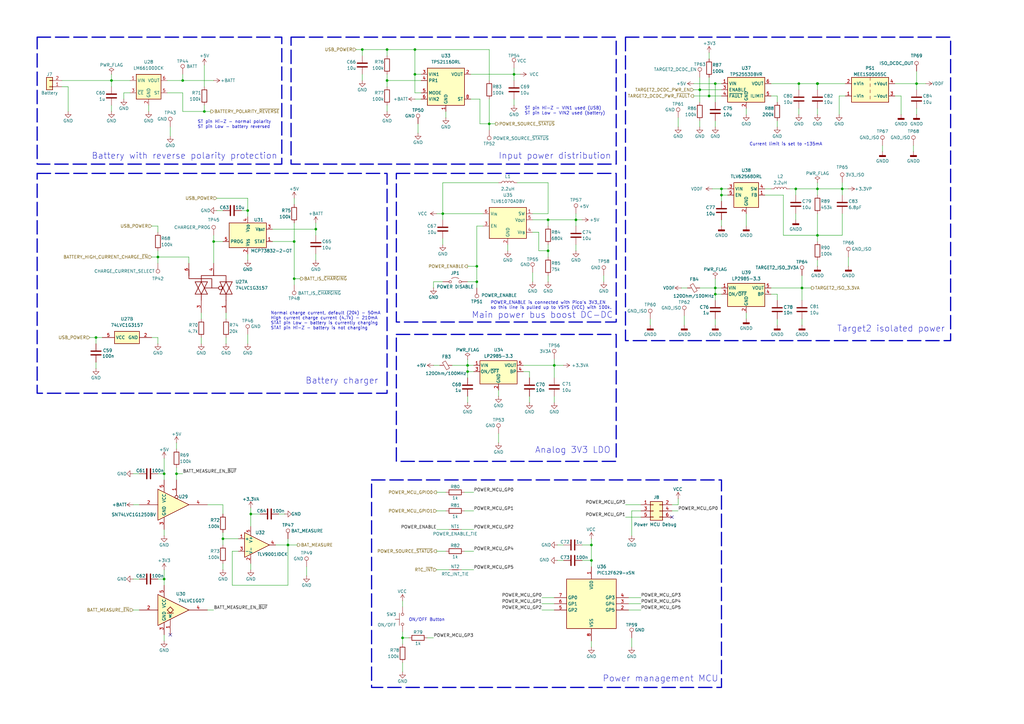
<source format=kicad_sch>
(kicad_sch (version 20231120) (generator "eeschema") (generator_version "8.0")
  (paper "A3")
  (title_block (title "YukaLink rev. D") (date "2024-10-23") (comment 2 "Designed by: Dmitry Rezvanov (https://github.com/Misaka0x2730)"))
  (lib_symbols
    (symbol "74xGxx:74LVC1G07"
      (property "Reference" "U" (at 0 7.62 0))
      (property "Value" "74LVC1G07" (at 3.81 -7.62 0))
      (symbol "74LVC1G07_1_1"
        (pin free line (at -2.54 -10.16 90) (length 6.35) (name "NC") (number "1"))
        (pin input line (at -15.24 0 0) (length 7.62) (name "~") (number "2"))
        (pin power_in line (at -5.08 -10.16 90) (length 5.08) (name "GND") (number "3"))
        (pin open_collector line (at 12.7 0 180) (length 7.62) (name "~") (number "4"))
        (pin power_in line (at -5.08 10.16 270) (length 5.08) (name "VCC") (number "5"))
      )
    )
    (symbol "74xGxx:74LVC1G3157"
      (property "Reference" "U" (at 5.08 7.62 0))
      (property "Value" "74LVC1G3157" (at 10.16 -7.62 0))
      (symbol "74LVC1G3157_1_1"
        (pin bidirectional line (at 10.16 5.08 180) (length 5.08) (name "~") (number "1"))
        (pin bidirectional line (at 10.16 -5.08 180) (length 5.08) (name "~") (number "3"))
        (pin bidirectional line (at -10.16 0 0) (length 5.08) (name "~") (number "4"))
        (pin input line (at -10.16 -10.16 0) (length 5.08) (name "~") (number "6"))
      )
      (symbol "74LVC1G3157_2_1"
        (pin power_in line (at 0 -10.16 90) (length 5.08) (name "GND") (number "2"))
        (pin power_in line (at 0 10.16 270) (length 5.08) (name "VCC") (number "5"))
      )
    )
    (symbol "74xGxx:SN74LVC1G125DBV"
      (property "Reference" "U" (at -10.16 7.62 0))
      (property "Value" "SN74LVC1G125DBV" (at 2.54 -7.62 0))
      (symbol "SN74LVC1G125DBV_1_1"
        (pin input inverted (at 0 10.16 270) (length 7.62) (name "~") (number "1"))
        (pin input line (at -15.24 0 0) (length 7.62) (name "~") (number "2"))
        (pin power_in line (at -5.08 -10.16 90) (length 5.08) (name "GND") (number "3"))
        (pin tri_state line (at 12.7 0 180) (length 7.62) (name "~") (number "4"))
        (pin power_in line (at -5.08 10.16 270) (length 5.08) (name "VCC") (number "5"))
      )
    )
    (symbol "Amplifier_Operational:TLV9001IDCK" (pin_names (offset 0.127))
      (property "Reference" "U" (at 7.62 2.54 0))
      (property "Value" "TLV9001IDCK" (at 11.43 -2.54 0))
      (symbol "TLV9001IDCK_1_1"
        (pin input line (at -5.08 2.54 0) (length 2.54) (name "+") (number "1"))
        (pin power_in line (at 0 -7.62 90) (length 3.81) (name "V-") (number "2"))
        (pin input line (at -5.08 -2.54 0) (length 2.54) (name "-") (number "3"))
        (pin output line (at 10.16 0 180) (length 2.54) (name "~") (number "4"))
        (pin power_in line (at 0 7.62 270) (length 3.81) (name "V+") (number "5"))
      )
    )
    (symbol "Battery_Management:MCP73832-2-OT"
      (property "Reference" "U" (at -7.62 6.35 0))
      (property "Value" "MCP73832-2-OT" (at 1.27 6.35 0))
      (symbol "MCP73832-2-OT_1_1"
        (pin open_collector line (at 10.16 -2.54 180) (length 2.54) (name "STAT") (number "1"))
        (pin power_in line (at 0 -7.62 90) (length 2.54) (name "V_{SS}") (number "2"))
        (pin power_out line (at 10.16 2.54 180) (length 2.54) (name "V_{BAT}") (number "3"))
        (pin power_in line (at 0 7.62 270) (length 2.54) (name "V_{DD}") (number "4"))
        (pin input line (at -10.16 -2.54 0) (length 2.54) (name "PROG") (number "5"))
      )
    )
    (symbol "Connector:TestPoint" (pin_numbers hide) (pin_names (offset 0.762) hide)
      (property "Reference" "TP" (at 0 6.858 0))
      (property "Value" "TestPoint" (at 0 5.08 0))
      (symbol "TestPoint_1_1"
        (pin passive line (at 0 0 90) (length 2.54) (name "1") (number "1"))
      )
    )
    (symbol "Connector_Generic:Conn_01x02" (pin_names (offset 1.016) hide)
      (property "Reference" "J" (at 0 2.54 0))
      (property "Value" "Conn_01x02" (at 0 -5.08 0))
      (symbol "Conn_01x02_1_1"
        (pin passive line (at -5.08 0 0) (length 3.81) (name "Pin_1") (number "1"))
        (pin passive line (at -5.08 -2.54 0) (length 3.81) (name "Pin_2") (number "2"))
      )
    )
    (symbol "Connector_Generic:Conn_02x03_Odd_Even" (pin_names (offset 1.016) hide)
      (property "Reference" "J" (at 1.27 5.08 0))
      (property "Value" "Conn_02x03_Odd_Even" (at 1.27 -5.08 0))
      (symbol "Conn_02x03_Odd_Even_1_1"
        (pin passive line (at -5.08 2.54 0) (length 3.81) (name "Pin_1") (number "1"))
        (pin passive line (at 7.62 2.54 180) (length 3.81) (name "Pin_2") (number "2"))
        (pin passive line (at -5.08 0 0) (length 3.81) (name "Pin_3") (number "3"))
        (pin passive line (at 7.62 0 180) (length 3.81) (name "Pin_4") (number "4"))
        (pin passive line (at -5.08 -2.54 0) (length 3.81) (name "Pin_5") (number "5"))
        (pin passive line (at 7.62 -2.54 180) (length 3.81) (name "Pin_6") (number "6"))
      )
    )
    (symbol "Converter_DCDC:MEE1S0505SC"
      (property "Reference" "PS" (at -7.62 6.35 0))
      (property "Value" "MEE1S0505SC" (at 1.27 6.35 0))
      (symbol "MEE1S0505SC_0_0"
        (pin power_in line (at -10.16 -2.54 0) (length 2.54) (name "-Vin") (number "1"))
        (pin power_in line (at -10.16 2.54 0) (length 2.54) (name "+Vin") (number "2"))
        (pin power_out line (at 10.16 -2.54 180) (length 2.54) (name "-Vout") (number "3"))
        (pin power_out line (at 10.16 2.54 180) (length 2.54) (name "+Vout") (number "4"))
      )
    )
    (symbol "Device:C" (pin_numbers hide) (pin_names (offset 0.254))
      (property "Reference" "C" (at 0.635 2.54 0))
      (property "Value" "C" (at 0.635 -2.54 0))
      (symbol "C_1_1"
        (pin passive line (at 0 3.81 270) (length 2.794) (name "~") (number "1"))
        (pin passive line (at 0 -3.81 90) (length 2.794) (name "~") (number "2"))
      )
    )
    (symbol "Device:FerriteBead_Small" (pin_numbers hide) (pin_names (offset 0))
      (property "Reference" "FB" (at 1.905 1.27 0))
      (property "Value" "FerriteBead_Small" (at 1.905 -1.27 0))
      (symbol "FerriteBead_Small_1_1"
        (pin passive line (at 0 2.54 270) (length 1.27) (name "~") (number "1"))
        (pin passive line (at 0 -2.54 90) (length 1.27) (name "~") (number "2"))
      )
    )
    (symbol "Device:L" (pin_numbers hide) (pin_names (offset 1.016) hide)
      (property "Reference" "L" (at -1.27 0 90))
      (property "Value" "L" (at 1.905 0 90))
      (symbol "L_1_1"
        (pin passive line (at 0 3.81 270) (length 1.27) (name "1") (number "1"))
        (pin passive line (at 0 -3.81 90) (length 1.27) (name "2") (number "2"))
      )
    )
    (symbol "Device:NetTie_2" (pin_numbers hide) (pin_names (offset 0) hide) (in_bom no)
      (property "Reference" "NT" (at 0 1.27 0))
      (property "Value" "NetTie_2" (at 0 -1.27 0))
      (symbol "NetTie_2_1_1"
        (pin passive line (at -2.54 0 0) (length 2.54) (name "1") (number "1"))
        (pin passive line (at 2.54 0 180) (length 2.54) (name "2") (number "2"))
      )
    )
    (symbol "Device:R" (pin_numbers hide) (pin_names (offset 0))
      (property "Reference" "R" (at 2.032 0 90))
      (property "Value" "R" (at 0 0 90))
      (symbol "R_1_1"
        (pin passive line (at 0 3.81 270) (length 1.27) (name "~") (number "1"))
        (pin passive line (at 0 -3.81 90) (length 1.27) (name "~") (number "2"))
      )
    )
    (symbol "Jumper:Jumper_2_Open" (pin_numbers hide) (pin_names (offset 0) hide) (exclude_from_sim yes)
      (property "Reference" "JP" (at 0 2.794 0))
      (property "Value" "Jumper_2_Open" (at 0 -2.286 0))
      (symbol "Jumper_2_Open_1_1"
        (pin passive line (at -5.08 0 0) (length 2.54) (name "A") (number "1"))
        (pin passive line (at 5.08 0 180) (length 2.54) (name "B") (number "2"))
      )
    )
    (symbol "MCU_Microchip_PIC12:PIC12F629-xSN"
      (property "Reference" "U" (at 1.27 13.97 0))
      (property "Value" "PIC12F629-xSN" (at 1.27 11.43 0))
      (symbol "PIC12F629-xSN_1_1"
        (pin power_in line (at 0 15.24 270) (length 5.08) (name "VDD") (number "1"))
        (pin bidirectional line (at 15.24 -2.54 180) (length 5.08) (name "GP5") (number "2"))
        (pin bidirectional line (at 15.24 0 180) (length 5.08) (name "GP4") (number "3"))
        (pin input line (at 15.24 2.54 180) (length 5.08) (name "GP3") (number "4"))
        (pin bidirectional line (at -15.24 -2.54 0) (length 5.08) (name "GP2") (number "5"))
        (pin bidirectional line (at -15.24 0 0) (length 5.08) (name "GP1") (number "6"))
        (pin bidirectional line (at -15.24 2.54 0) (length 5.08) (name "GP0") (number "7"))
        (pin power_in line (at 0 -15.24 90) (length 5.08) (name "VSS") (number "8"))
      )
    )
    (symbol "MIC20x9:TPS2553DBVR"
      (property "Reference" "U" (at -7.62 6.35 0))
      (property "Value" "TPS2553DBVR" (at 13.97 6.35 0))
      (symbol "TPS2553DBVR_1_1"
        (pin power_in line (at -10.16 2.54 0) (length 2.54) (name "VIN") (number "1"))
        (pin power_in line (at 0 -7.62 90) (length 2.54) (name "GND") (number "2"))
        (pin input line (at -10.16 0 0) (length 2.54) (name "ENABLE") (number "3"))
        (pin open_collector line (at -10.16 -2.54 0) (length 2.54) (name "~{FAULT}") (number "4"))
        (pin passive line (at 10.16 -2.54 180) (length 2.54) (name "ILIMIT") (number "5"))
        (pin power_out line (at 10.16 2.54 180) (length 2.54) (name "VOUT") (number "6"))
      )
    )
    (symbol "Power_Management:LM66100DCK"
      (property "Reference" "U" (at -5.08 6.096 0))
      (property "Value" "LM66100DCK" (at 0.254 -6.35 0))
      (symbol "LM66100DCK_1_1"
        (pin power_in line (at -7.62 2.54 0) (length 2.54) (name "VIN") (number "1"))
        (pin power_in line (at 0 -7.62 90) (length 2.54) (name "GND") (number "2"))
        (pin input line (at -7.62 -2.54 0) (length 2.54) (name "~{CE}") (number "3"))
        (pin no_connect line (at 0 5.08 270) (length 2.54) hide (name "NC") (number "4"))
        (pin open_collector line (at 7.62 -2.54 180) (length 2.54) (name "ST") (number "5"))
        (pin power_out line (at 7.62 2.54 180) (length 2.54) (name "VOUT") (number "6"))
      )
    )
    (symbol "Power_Management:TPS2116DRL"
      (property "Reference" "U" (at -7.874 9.144 0))
      (property "Value" "TPS2116DRL" (at 0.508 -8.89 0))
      (symbol "TPS2116DRL_1_0"
        (pin power_out line (at 10.16 5.08 180) (length 2.54) hide (name "VOUT") (number "7"))
      )
      (symbol "TPS2116DRL_1_1"
        (pin power_in line (at 0 -10.16 90) (length 2.54) (name "GND") (number "1"))
        (pin power_out line (at 10.16 5.08 180) (length 2.54) (name "VOUT") (number "2"))
        (pin power_in line (at -10.16 5.08 0) (length 2.54) (name "VIN1") (number "3"))
        (pin input line (at -10.16 2.54 0) (length 2.54) (name "PR1") (number "4"))
        (pin input line (at -10.16 -2.54 0) (length 2.54) (name "MODE") (number "5"))
        (pin power_in line (at -10.16 -5.08 0) (length 2.54) (name "VIN2") (number "6"))
        (pin open_collector line (at 10.16 -5.08 180) (length 2.54) (name "ST") (number "8"))
      )
    )
    (symbol "Regulator_Linear:LP2985-3.3" (pin_names (offset 0.254))
      (property "Reference" "U" (at -6.35 5.715 0))
      (property "Value" "LP2985-3.3" (at 0 5.715 0))
      (symbol "LP2985-3.3_1_1"
        (pin power_in line (at -10.16 2.54 0) (length 2.54) (name "VIN") (number "1"))
        (pin power_in line (at 0 -7.62 90) (length 2.54) (name "GND") (number "2"))
        (pin input line (at -10.16 0 0) (length 2.54) (name "ON/~{OFF}") (number "3"))
        (pin input line (at 10.16 0 180) (length 2.54) (name "BP") (number "4"))
        (pin power_out line (at 10.16 2.54 180) (length 2.54) (name "VOUT") (number "5"))
      )
    )
    (symbol "Regulator_Switching:TLV61070ADBV"
      (property "Reference" "U" (at -7.62 8.89 0))
      (property "Value" "TLV61070ADBV" (at 0 8.89 0))
      (symbol "TLV61070ADBV_1_1"
        (pin input line (at 10.16 5.08 180) (length 2.54) (name "SW") (number "1"))
        (pin power_in line (at 0 -7.62 90) (length 2.54) (name "GND") (number "2"))
        (pin input line (at -10.16 0 0) (length 2.54) (name "EN") (number "3"))
        (pin input line (at 10.16 -2.54 180) (length 2.54) (name "V_{FB}") (number "4"))
        (pin power_out line (at 10.16 2.54 180) (length 2.54) (name "V_{OUT}") (number "5"))
        (pin power_in line (at -10.16 5.08 0) (length 2.54) (name "V_{IN}") (number "6"))
      )
    )
    (symbol "Regulator_Switching:TLV62568DRL"
      (property "Reference" "U" (at -5.08 6.35 0))
      (property "Value" "TLV62568DRL" (at 0 6.35 0))
      (symbol "TLV62568DRL_1_1"
        (pin input line (at 7.62 0 180) (length 2.54) (name "FB") (number "1"))
        (pin power_in line (at 0 -7.62 90) (length 2.54) (name "GND") (number "2"))
        (pin power_in line (at -7.62 2.54 0) (length 2.54) (name "VIN") (number "3"))
        (pin power_out line (at 7.62 2.54 180) (length 2.54) (name "SW") (number "4"))
        (pin input line (at -7.62 0 0) (length 2.54) (name "EN") (number "5"))
        (pin no_connect line (at 5.08 -2.54 180) (length 2.54) hide (name "NC") (number "6"))
      )
    )
    (symbol "Switch:SW_Push" (pin_numbers hide) (pin_names (offset 1.016) hide)
      (property "Reference" "SW" (at 1.27 2.54 0))
      (property "Value" "SW_Push" (at 0 -1.524 0))
      (symbol "SW_Push_0_1"
        (pin passive line (at -5.08 0 0) (length 2.54) (name "1") (number "1"))
        (pin passive line (at 5.08 0 180) (length 2.54) (name "2") (number "2"))
      )
    )
    (symbol "power:+3.3VA" (power) (pin_numbers hide) (pin_names (offset 0) hide)
      (property "Value" "+3.3VA" (at 0 3.556 0))
      (symbol "+3.3VA_1_1"
        (pin power_in line (at 0 0 90) (length 0) (name "~") (number "1"))
      )
    )
    (symbol "power:+3.3VP" (power) (pin_numbers hide) (pin_names (offset 0) hide)
      (property "Value" "+3.3VP" (at 0 3.556 0))
      (symbol "+3.3VP_0_0"
        (pin power_in line (at 0 0 90) (length 0) (name "~") (number "1"))
      )
    )
    (symbol "power:+3V3" (power) (pin_numbers hide) (pin_names (offset 0) hide)
      (property "Value" "+3V3" (at 0 3.556 0))
      (symbol "+3V3_1_1"
        (pin power_in line (at 0 0 90) (length 0) (name "~") (number "1"))
      )
    )
    (symbol "power:+5V" (power) (pin_numbers hide) (pin_names (offset 0) hide)
      (property "Value" "+5V" (at 0 3.556 0))
      (symbol "+5V_1_1"
        (pin power_in line (at 0 0 90) (length 0) (name "~") (number "1"))
      )
    )
    (symbol "power:+BATT" (power) (pin_numbers hide) (pin_names (offset 0) hide)
      (property "Value" "+BATT" (at 0 3.556 0))
      (symbol "+BATT_1_1"
        (pin power_in line (at 0 0 90) (length 0) (name "~") (number "1"))
      )
    )
    (symbol "power:GND" (power) (pin_numbers hide) (pin_names (offset 0) hide)
      (property "Value" "GND" (at 0 -3.81 0))
      (symbol "GND_1_1"
        (pin power_in line (at 0 0 270) (length 0) (name "~") (number "1"))
      )
    )
    (symbol "power:GNDD" (power) (pin_numbers hide) (pin_names (offset 0) hide)
      (property "Value" "GNDD" (at 0 -3.175 0))
      (symbol "GNDD_1_1"
        (pin power_in line (at 0 0 270) (length 0) (name "~") (number "1"))
      )
    )
    (symbol "power:PWR_FLAG" (power) (pin_numbers hide) (pin_names (offset 0) hide)
      (property "Value" "PWR_FLAG" (at 0 3.81 0))
      (symbol "PWR_FLAG_0_0"
        (pin power_out line (at 0 0 90) (length 0) (name "~") (number "1"))
      )
    )
    (symbol "power:VCC" (power) (pin_numbers hide) (pin_names (offset 0) hide)
      (property "Value" "VCC" (at 0 3.556 0))
      (symbol "VCC_1_1"
        (pin power_in line (at 0 0 90) (length 0) (name "~") (number "1"))
      )
    )
    (symbol "power:VDDF" (power) (pin_numbers hide) (pin_names (offset 0) hide)
      (property "Value" "VDDF" (at 0 3.556 0))
      (symbol "VDDF_1_1"
        (pin power_in line (at 0 0 90) (length 0) (name "~") (number "1"))
      )
    )
  )
  (junction (at 158.75 33.02))
  (junction (at 224.79 90.17))
  (junction (at 327.66 34.29))
  (junction (at 120.65 114.3))
  (junction (at 242.57 229.87))
  (junction (at 236.22 90.17))
  (junction (at 148.59 20.32))
  (junction (at 326.39 77.47))
  (junction (at 91.44 220.98))
  (junction (at 39.37 138.43))
  (junction (at 195.58 109.22))
  (junction (at 74.93 33.02))
  (junction (at 129.54 93.98))
  (junction (at 295.91 77.47))
  (junction (at 290.83 39.37))
  (junction (at 165.1 261.62))
  (junction (at 67.31 194.31))
  (junction (at 328.93 118.11))
  (junction (at 224.79 102.87))
  (junction (at 335.28 34.29) (diameter 1.016))
  (junction (at 293.37 34.29))
  (junction (at 170.18 30.48))
  (junction (at 335.28 77.47))
  (junction (at 83.82 45.72))
  (junction (at 102.87 210.82))
  (junction (at 195.58 115.57))
  (junction (at 210.82 30.48))
  (junction (at 191.77 152.4))
  (junction (at 45.72 33.02))
  (junction (at 295.91 80.01))
  (junction (at 227.33 149.86))
  (junction (at 242.57 223.52))
  (junction (at 101.6 86.36))
  (junction (at 335.28 96.52))
  (junction (at 87.63 99.06))
  (junction (at 67.31 237.49))
  (junction (at 293.37 120.65))
  (junction (at 120.65 99.06))
  (junction (at 64.77 105.41))
  (junction (at 293.37 118.11))
  (junction (at 191.77 149.86))
  (junction (at 158.75 20.32))
  (junction (at 200.66 50.8))
  (junction (at 345.44 77.47))
  (junction (at 375.92 34.29))
  (junction (at 287.02 36.83))
  (junction (at 181.61 87.63))
  (junction (at 72.39 194.31))
  (junction (at 170.18 20.32))
  (junction (at 118.11 223.52))
  (no_connect (at 69.85 260.35))
  (no_connect (at 275.59 212.09))
  (wire (pts (xy 83.82 26.67) (xy 83.82 35.56)))
  (wire (pts (xy 335.28 106.68) (xy 335.28 109.22)))
  (wire (pts (xy 345.44 74.93) (xy 345.44 77.47)))
  (wire (pts (xy 67.31 237.49) (xy 67.31 240.03)))
  (wire (pts (xy 369.57 46.99) (xy 369.57 39.37)))
  (wire (pts (xy 316.23 120.65) (xy 318.77 120.65)))
  (wire (pts (xy 120.65 91.44) (xy 120.65 99.06)))
  (wire (pts (xy 293.37 120.65) (xy 295.91 120.65)))
  (wire (pts (xy 68.58 33.02) (xy 74.93 33.02)))
  (wire (pts (xy 64.77 237.49) (xy 67.31 237.49)))
  (wire (pts (xy 190.5 201.93) (xy 194.31 201.93)))
  (wire (pts (xy 242.57 220.98) (xy 242.57 223.52)))
  (wire (pts (xy 327.66 34.29) (xy 327.66 36.83)))
  (wire (pts (xy 284.48 39.37) (xy 290.83 39.37)))
  (wire (pts (xy 101.6 81.28) (xy 101.6 86.36)))
  (wire (pts (xy 287.02 36.83) (xy 287.02 41.91)))
  (wire (pts (xy 158.75 33.02) (xy 172.72 33.02)))
  (wire (pts (xy 191.77 109.22) (xy 195.58 109.22)))
  (wire (pts (xy 181.61 87.63) (xy 181.61 74.93)))
  (wire (pts (xy 95.25 240.03) (xy 118.11 240.03)))
  (wire (pts (xy 111.76 93.98) (xy 129.54 93.98)))
  (wire (pts (xy 74.93 45.72) (xy 83.82 45.72)))
  (wire (pts (xy 191.77 152.4) (xy 194.31 152.4)))
  (wire (pts (xy 67.31 187.96) (xy 67.31 194.31)))
  (wire (pts (xy 344.17 46.99) (xy 344.17 39.37)))
  (wire (pts (xy 227.33 162.56) (xy 227.33 165.1)))
  (wire (pts (xy 278.13 209.55) (xy 275.59 209.55)))
  (wire (pts (xy 224.79 74.93) (xy 224.79 87.63)))
  (wire (pts (xy 256.54 207.01) (xy 262.89 207.01)))
  (wire (pts (xy 196.85 40.64) (xy 196.85 50.8)))
  (wire (pts (xy 292.1 77.47) (xy 295.91 77.47)))
  (wire (pts (xy 146.05 20.32) (xy 148.59 20.32)))
  (wire (pts (xy 326.39 77.47) (xy 335.28 77.47)))
  (wire (pts (xy 327.66 44.45) (xy 327.66 46.99)))
  (wire (pts (xy 257.81 250.19) (xy 262.89 250.19)))
  (wire (pts (xy 224.79 113.03) (xy 224.79 115.57)))
  (wire (pts (xy 64.77 138.43) (xy 62.23 138.43)))
  (wire (pts (xy 228.6 223.52) (xy 231.14 223.52)))
  (wire (pts (xy 170.18 38.1) (xy 170.18 30.48)))
  (wire (pts (xy 278.13 204.47) (xy 278.13 207.01)))
  (wire (pts (xy 217.17 152.4) (xy 217.17 154.94)))
  (wire (pts (xy 194.31 226.06) (xy 190.5 226.06)))
  (wire (pts (xy 67.31 260.35) (xy 67.31 262.89)))
  (wire (pts (xy 375.92 34.29) (xy 375.92 36.83)))
  (wire (pts (xy 74.93 33.02) (xy 87.63 33.02)))
  (wire (pts (xy 344.17 39.37) (xy 346.71 39.37)))
  (wire (pts (xy 328.93 118.11) (xy 332.74 118.11)))
  (wire (pts (xy 181.61 74.93) (xy 204.47 74.93)))
  (wire (pts (xy 313.69 77.47) (xy 316.23 77.47)))
  (wire (pts (xy 326.39 87.63) (xy 326.39 90.17)))
  (wire (pts (xy 72.39 181.61) (xy 72.39 184.15)))
  (wire (pts (xy 101.6 88.9) (xy 101.6 86.36)))
  (wire (pts (xy 287.02 36.83) (xy 295.91 36.83)))
  (wire (pts (xy 72.39 194.31) (xy 72.39 196.85)))
  (wire (pts (xy 191.77 147.32) (xy 191.77 149.86)))
  (wire (pts (xy 247.65 113.03) (xy 247.65 115.57)))
  (wire (pts (xy 165.1 246.38) (xy 165.1 248.92)))
  (wire (pts (xy 83.82 45.72) (xy 83.82 43.18)))
  (wire (pts (xy 120.65 81.28) (xy 120.65 83.82)))
  (wire (pts (xy 64.77 92.71) (xy 64.77 95.25)))
  (wire (pts (xy 295.91 90.17) (xy 295.91 92.71)))
  (wire (pts (xy 227.33 154.94) (xy 227.33 149.86)))
  (wire (pts (xy 242.57 262.89) (xy 242.57 265.43)))
  (wire (pts (xy 218.44 90.17) (xy 224.79 90.17)))
  (wire (pts (xy 335.28 96.52) (xy 345.44 96.52)))
  (wire (pts (xy 375.92 34.29) (xy 379.73 34.29)))
  (wire (pts (xy 125.73 232.41) (xy 125.73 236.22)))
  (wire (pts (xy 293.37 34.29) (xy 295.91 34.29)))
  (wire (pts (xy 326.39 77.47) (xy 326.39 80.01)))
  (wire (pts (xy 293.37 49.53) (xy 293.37 52.07)))
  (wire (pts (xy 82.55 138.43) (xy 82.55 140.97)))
  (wire (pts (xy 218.44 87.63) (xy 224.79 87.63)))
  (wire (pts (xy 193.04 30.48) (xy 210.82 30.48)))
  (wire (pts (xy 185.42 149.86) (xy 191.77 149.86)))
  (wire (pts (xy 328.93 130.81) (xy 328.93 133.35)))
  (wire (pts (xy 148.59 20.32) (xy 158.75 20.32)))
  (wire (pts (xy 214.63 149.86) (xy 227.33 149.86)))
  (wire (pts (xy 204.47 160.02) (xy 204.47 162.56)))
  (wire (pts (xy 200.66 50.8) (xy 203.2 50.8)))
  (wire (pts (xy 195.58 115.57) (xy 195.58 118.11)))
  (wire (pts (xy 231.14 229.87) (xy 228.6 229.87)))
  (wire (pts (xy 62.23 105.41) (xy 64.77 105.41)))
  (wire (pts (xy 335.28 96.52) (xy 335.28 99.06)))
  (wire (pts (xy 74.93 38.1) (xy 74.93 45.72)))
  (wire (pts (xy 290.83 39.37) (xy 295.91 39.37)))
  (wire (pts (xy 54.61 207.01) (xy 57.15 207.01)))
  (wire (pts (xy 227.33 149.86) (xy 231.14 149.86)))
  (wire (pts (xy 335.28 77.47) (xy 335.28 80.01)))
  (wire (pts (xy 335.28 46.99) (xy 335.28 44.45)))
  (wire (pts (xy 102.87 208.28) (xy 102.87 210.82)))
  (wire (pts (xy 369.57 39.37) (xy 367.03 39.37)))
  (wire (pts (xy 335.28 87.63) (xy 335.28 96.52)))
  (wire (pts (xy 170.18 30.48) (xy 172.72 30.48)))
  (wire (pts (xy 208.28 100.33) (xy 208.28 102.87)))
  (wire (pts (xy 306.07 87.63) (xy 306.07 92.71)))
  (wire (pts (xy 111.76 99.06) (xy 120.65 99.06)))
  (wire (pts (xy 238.76 223.52) (xy 242.57 223.52)))
  (wire (pts (xy 287.02 31.75) (xy 287.02 36.83)))
  (wire (pts (xy 91.44 218.44) (xy 91.44 220.98)))
  (wire (pts (xy 64.77 102.87) (xy 64.77 105.41)))
  (wire (pts (xy 129.54 104.14) (xy 129.54 106.68)))
  (wire (pts (xy 170.18 20.32) (xy 170.18 30.48)))
  (wire (pts (xy 181.61 87.63) (xy 198.12 87.63)))
  (wire (pts (xy 113.03 223.52) (xy 118.11 223.52)))
  (wire (pts (xy 101.6 104.14) (xy 101.6 106.68)))
  (wire (pts (xy 45.72 43.18) (xy 45.72 45.72)))
  (wire (pts (xy 82.55 128.27) (xy 82.55 130.81)))
  (wire (pts (xy 295.91 118.11) (xy 293.37 118.11)))
  (wire (pts (xy 293.37 118.11) (xy 293.37 120.65)))
  (wire (pts (xy 92.71 128.27) (xy 92.71 130.81)))
  (wire (pts (xy 345.44 77.47) (xy 345.44 80.01)))
  (wire (pts (xy 102.87 210.82) (xy 102.87 215.9)))
  (wire (pts (xy 88.9 81.28) (xy 101.6 81.28)))
  (wire (pts (xy 191.77 115.57) (xy 195.58 115.57)))
  (wire (pts (xy 316.23 34.29) (xy 327.66 34.29)))
  (wire (pts (xy 278.13 48.26) (xy 278.13 52.07)))
  (wire (pts (xy 57.15 194.31) (xy 54.61 194.31)))
  (wire (pts (xy 77.47 105.41) (xy 77.47 107.95)))
  (wire (pts (xy 367.03 34.29) (xy 375.92 34.29)))
  (wire (pts (xy 227.33 147.32) (xy 227.33 149.86)))
  (wire (pts (xy 195.58 92.71) (xy 198.12 92.71)))
  (wire (pts (xy 375.92 29.21) (xy 375.92 34.29)))
  (wire (pts (xy 120.65 114.3) (xy 120.65 116.84)))
  (wire (pts (xy 129.54 93.98) (xy 129.54 96.52)))
  (wire (pts (xy 172.72 38.1) (xy 170.18 38.1)))
  (wire (pts (xy 102.87 210.82) (xy 106.68 210.82)))
  (wire (pts (xy 224.79 102.87) (xy 220.98 102.87)))
  (wire (pts (xy 68.58 38.1) (xy 74.93 38.1)))
  (wire (pts (xy 88.9 86.36) (xy 91.44 86.36)))
  (wire (pts (xy 72.39 191.77) (xy 72.39 194.31)))
  (wire (pts (xy 196.85 50.8) (xy 200.66 50.8)))
  (wire (pts (xy 236.22 90.17) (xy 238.76 90.17)))
  (wire (pts (xy 222.25 250.19) (xy 227.33 250.19)))
  (wire (pts (xy 210.82 30.48) (xy 210.82 33.02)))
  (wire (pts (xy 210.82 40.64) (xy 210.82 43.18)))
  (wire (pts (xy 224.79 90.17) (xy 224.79 92.71)))
  (wire (pts (xy 287.02 118.11) (xy 293.37 118.11)))
  (wire (pts (xy 85.09 207.01) (xy 91.44 207.01)))
  (wire (pts (xy 316.23 118.11) (xy 328.93 118.11)))
  (wire (pts (xy 217.17 162.56) (xy 217.17 165.1)))
  (wire (pts (xy 284.48 36.83) (xy 287.02 36.83)))
  (wire (pts (xy 323.85 77.47) (xy 326.39 77.47)))
  (wire (pts (xy 62.23 92.71) (xy 64.77 92.71)))
  (wire (pts (xy 318.77 49.53) (xy 318.77 52.07)))
  (wire (pts (xy 165.1 261.62) (xy 167.64 261.62)))
  (wire (pts (xy 39.37 140.97) (xy 39.37 138.43)))
  (wire (pts (xy 335.28 77.47) (xy 345.44 77.47)))
  (wire (pts (xy 295.91 77.47) (xy 298.45 77.47)))
  (wire (pts (xy 293.37 120.65) (xy 293.37 123.19)))
  (wire (pts (xy 87.63 99.06) (xy 87.63 107.95)))
  (wire (pts (xy 158.75 20.32) (xy 170.18 20.32)))
  (wire (pts (xy 64.77 105.41) (xy 77.47 105.41)))
  (wire (pts (xy 318.77 120.65) (xy 318.77 123.19)))
  (wire (pts (xy 72.39 194.31) (xy 74.93 194.31)))
  (wire (pts (xy 83.82 45.72) (xy 86.36 45.72)))
  (wire (pts (xy 259.08 209.55) (xy 262.89 209.55)))
  (wire (pts (xy 321.31 80.01) (xy 321.31 96.52)))
  (wire (pts (xy 179.07 87.63) (xy 181.61 87.63)))
  (wire (pts (xy 328.93 123.19) (xy 328.93 118.11)))
  (wire (pts (xy 50.8 38.1) (xy 53.34 38.1)))
  (wire (pts (xy 345.44 87.63) (xy 345.44 96.52)))
  (wire (pts (xy 191.77 162.56) (xy 191.77 165.1)))
  (wire (pts (xy 177.8 118.11) (xy 177.8 115.57)))
  (wire (pts (xy 295.91 80.01) (xy 295.91 82.55)))
  (wire (pts (xy 224.79 102.87) (xy 224.79 105.41)))
  (wire (pts (xy 242.57 229.87) (xy 238.76 229.87)))
  (wire (pts (xy 60.96 43.18) (xy 60.96 45.72)))
  (wire (pts (xy 118.11 223.52) (xy 121.92 223.52)))
  (wire (pts (xy 335.28 36.83) (xy 335.28 34.29)))
  (wire (pts (xy 120.65 99.06) (xy 120.65 114.3)))
  (wire (pts (xy 95.25 226.06) (xy 95.25 240.03)))
  (wire (pts (xy 67.31 194.31) (xy 67.31 196.85)))
  (wire (pts (xy 284.48 34.29) (xy 293.37 34.29)))
  (wire (pts (xy 195.58 109.22) (xy 195.58 92.71)))
  (wire (pts (xy 97.79 226.06) (xy 95.25 226.06)))
  (wire (pts (xy 318.77 41.91) (xy 318.77 39.37)))
  (wire (pts (xy 101.6 86.36) (xy 99.06 86.36)))
  (wire (pts (xy 170.18 40.64) (xy 172.72 40.64)))
  (wire (pts (xy 256.54 212.09) (xy 262.89 212.09)))
  (wire (pts (xy 45.72 33.02) (xy 53.34 33.02)))
  (wire (pts (xy 102.87 231.14) (xy 102.87 233.68)))
  (wire (pts (xy 287.02 49.53) (xy 287.02 52.07)))
  (wire (pts (xy 25.4 33.02) (xy 45.72 33.02)))
  (wire (pts (xy 224.79 100.33) (xy 224.79 102.87)))
  (wire (pts (xy 182.88 226.06) (xy 179.07 226.06)))
  (wire (pts (xy 318.77 130.81) (xy 318.77 133.35)))
  (wire (pts (xy 259.08 261.62) (xy 259.08 265.43)))
  (wire (pts (xy 118.11 220.98) (xy 118.11 223.52)))
  (wire (pts (xy 179.07 209.55) (xy 182.88 209.55)))
  (wire (pts (xy 45.72 30.48) (xy 45.72 33.02)))
  (wire (pts (xy 64.77 194.31) (xy 67.31 194.31)))
  (wire (pts (xy 64.77 105.41) (xy 64.77 107.95)))
  (wire (pts (xy 236.22 87.63) (xy 236.22 90.17)))
  (wire (pts (xy 257.81 245.11) (xy 262.89 245.11)))
  (wire (pts (xy 158.75 20.32) (xy 158.75 22.86)))
  (wire (pts (xy 114.3 210.82) (xy 116.84 210.82)))
  (wire (pts (xy 91.44 220.98) (xy 97.79 220.98)))
  (wire (pts (xy 87.63 99.06) (xy 91.44 99.06)))
  (wire (pts (xy 165.1 261.62) (xy 165.1 264.16)))
  (wire (pts (xy 189.23 217.17) (xy 194.31 217.17)))
  (wire (pts (xy 218.44 111.76) (xy 218.44 115.57)))
  (wire (pts (xy 293.37 34.29) (xy 293.37 41.91)))
  (wire (pts (xy 290.83 21.59) (xy 290.83 24.13)))
  (wire (pts (xy 220.98 102.87) (xy 220.98 95.25)))
  (wire (pts (xy 50.8 40.64) (xy 50.8 38.1)))
  (wire (pts (xy 195.58 109.22) (xy 195.58 115.57)))
  (wire (pts (xy 335.28 34.29) (xy 346.71 34.29)))
  (wire (pts (xy 361.95 59.69) (xy 361.95 62.23)))
  (wire (pts (xy 92.71 138.43) (xy 92.71 140.97)))
  (wire (pts (xy 45.72 33.02) (xy 45.72 35.56)))
  (wire (pts (xy 293.37 114.3) (xy 293.37 118.11)))
  (wire (pts (xy 129.54 91.44) (xy 129.54 93.98)))
  (wire (pts (xy 36.83 138.43) (xy 39.37 138.43)))
  (wire (pts (xy 181.61 87.63) (xy 181.61 90.17)))
  (wire (pts (xy 374.65 59.69) (xy 374.65 62.23)))
  (wire (pts (xy 175.26 261.62) (xy 177.8 261.62)))
  (wire (pts (xy 257.81 247.65) (xy 262.89 247.65)))
  (wire (pts (xy 200.66 40.64) (xy 200.66 50.8)))
  (wire (pts (xy 67.31 217.17) (xy 67.31 219.71)))
  (wire (pts (xy 210.82 27.94) (xy 210.82 30.48)))
  (wire (pts (xy 74.93 30.48) (xy 74.93 33.02)))
  (wire (pts (xy 179.07 233.68) (xy 184.15 233.68)))
  (wire (pts (xy 210.82 30.48) (xy 213.36 30.48)))
  (wire (pts (xy 196.85 40.64) (xy 193.04 40.64)))
  (wire (pts (xy 171.45 50.8) (xy 171.45 54.61)))
  (wire (pts (xy 214.63 152.4) (xy 217.17 152.4)))
  (wire (pts (xy 165.1 271.78) (xy 165.1 275.59)))
  (wire (pts (xy 290.83 31.75) (xy 290.83 39.37)))
  (wire (pts (xy 306.07 44.45) (xy 306.07 46.99)))
  (wire (pts (xy 375.92 46.99) (xy 375.92 44.45)))
  (wire (pts (xy 191.77 149.86) (xy 191.77 152.4)))
  (wire (pts (xy 279.4 118.11) (xy 281.94 118.11)))
  (wire (pts (xy 170.18 20.32) (xy 200.66 20.32)))
  (wire (pts (xy 222.25 247.65) (xy 227.33 247.65)))
  (wire (pts (xy 200.66 20.32) (xy 200.66 33.02)))
  (wire (pts (xy 236.22 100.33) (xy 236.22 102.87)))
  (wire (pts (xy 179.07 201.93) (xy 182.88 201.93)))
  (wire (pts (xy 91.44 210.82) (xy 91.44 207.01)))
  (wire (pts (xy 181.61 97.79) (xy 181.61 100.33)))
  (wire (pts (xy 179.07 217.17) (xy 184.15 217.17)))
  (wire (pts (xy 242.57 223.52) (xy 242.57 229.87)))
  (wire (pts (xy 57.15 237.49) (xy 54.61 237.49)))
  (wire (pts (xy 335.28 74.93) (xy 335.28 77.47)))
  (wire (pts (xy 236.22 90.17) (xy 236.22 92.71)))
  (wire (pts (xy 204.47 177.8) (xy 204.47 181.61)))
  (wire (pts (xy 158.75 43.18) (xy 158.75 45.72)))
  (wire (pts (xy 182.88 45.72) (xy 182.88 48.26)))
  (wire (pts (xy 200.66 50.8) (xy 200.66 53.34)))
  (wire (pts (xy 318.77 39.37) (xy 316.23 39.37)))
  (wire (pts (xy 191.77 152.4) (xy 191.77 154.94)))
  (wire (pts (xy 148.59 20.32) (xy 148.59 22.86)))
  (wire (pts (xy 158.75 30.48) (xy 158.75 33.02)))
  (wire (pts (xy 259.08 219.71) (xy 259.08 209.55)))
  (wire (pts (xy 67.31 233.68) (xy 67.31 237.49)))
  (wire (pts (xy 165.1 259.08) (xy 165.1 261.62)))
  (wire (pts (xy 25.4 35.56) (xy 27.94 35.56)))
  (wire (pts (xy 293.37 130.81) (xy 293.37 133.35)))
  (wire (pts (xy 91.44 220.98) (xy 91.44 223.52)))
  (wire (pts (xy 280.67 129.54) (xy 280.67 133.35)))
  (wire (pts (xy 295.91 80.01) (xy 295.91 77.47)))
  (wire (pts (xy 345.44 77.47) (xy 347.98 77.47)))
  (wire (pts (xy 39.37 148.59) (xy 39.37 151.13)))
  (wire (pts (xy 101.6 137.16) (xy 101.6 140.97)))
  (wire (pts (xy 54.61 250.19) (xy 57.15 250.19)))
  (wire (pts (xy 212.09 74.93) (xy 224.79 74.93)))
  (wire (pts (xy 64.77 140.97) (xy 64.77 138.43)))
  (wire (pts (xy 224.79 90.17) (xy 236.22 90.17)))
  (wire (pts (xy 189.23 233.68) (xy 194.31 233.68)))
  (wire (pts (xy 190.5 209.55) (xy 194.31 209.55)))
  (wire (pts (xy 194.31 149.86) (xy 191.77 149.86)))
  (wire (pts (xy 177.8 149.86) (xy 180.34 149.86)))
  (wire (pts (xy 306.07 128.27) (xy 306.07 130.81)))
  (wire (pts (xy 218.44 95.25) (xy 220.98 95.25)))
  (wire (pts (xy 27.94 45.72) (xy 27.94 35.56)))
  (wire (pts (xy 327.66 34.29) (xy 335.28 34.29)))
  (wire (pts (xy 87.63 96.52) (xy 87.63 99.06)))
  (wire (pts (xy 278.13 207.01) (xy 275.59 207.01)))
  (wire (pts (xy 313.69 80.01) (xy 321.31 80.01)))
  (wire (pts (xy 148.59 30.48) (xy 148.59 33.02)))
  (wire (pts (xy 328.93 113.03) (xy 328.93 118.11)))
  (wire (pts (xy 69.85 52.07) (xy 69.85 55.88)))
  (wire (pts (xy 347.98 105.41) (xy 347.98 109.22)))
  (wire (pts (xy 266.7 130.81) (xy 266.7 133.35)))
  (wire (pts (xy 39.37 138.43) (xy 41.91 138.43)))
  (wire (pts (xy 242.57 229.87) (xy 242.57 232.41)))
  (wire (pts (xy 177.8 115.57) (xy 181.61 115.57)))
  (wire (pts (xy 222.25 245.11) (xy 227.33 245.11)))
  (wire (pts (xy 298.45 80.01) (xy 295.91 80.01)))
  (wire (pts (xy 120.65 114.3) (xy 123.19 114.3)))
  (wire (pts (xy 118.11 240.03) (xy 118.11 223.52)))
  (wire (pts (xy 85.09 250.19) (xy 87.63 250.19)))
  (wire (pts (xy 321.31 96.52) (xy 335.28 96.52)))
  (wire (pts (xy 158.75 33.02) (xy 158.75 35.56)))
  (wire (pts (xy 91.44 231.14) (xy 91.44 233.68)))
  (rectangle (start 119.38 15.24) (end 252.73 67.31) (stroke (width 0.5) (type dash)))
  (rectangle (start 152.4 196.85) (end 295.91 281.94) (stroke (width 0.5) (type dash)))
  (rectangle (start 162.56 71.12) (end 252.73 132.08) (stroke (width 0.5) (type dash)))
  (rectangle (start 15.24 71.12) (end 158.75 161.29) (stroke (width 0.5) (type dash)))
  (rectangle (start 15.24 15.24) (end 115.57 67.31) (stroke (width 0.5) (type dash)))
  (rectangle (start 256.54 15.24) (end 389.89 139.7) (stroke (width 0.5) (type dash)))
  (rectangle (start 162.56 137.16) (end 252.73 189.23) (stroke (width 0.5) (type dash)))
  (text "POWER_ENABLE is connected with Pico's 3V3_EN\nso this line is pulled up to VSYS (VCC) with 100k." (at 201.168 127 0) (effects (font (size 1.27 1.27)) (justify left bottom)))
  (text "Analog 3V3 LDO" (at 250.444 186.182 0) (effects (font (size 2.54 2.54)) (justify right bottom)))
  (text "ST pin Hi-Z - normal polarity\nST pin Low - battery reversed" (at 81.026 52.832 0) (effects (font (size 1.27 1.27)) (justify left bottom)))
  (text "ON/OFF Button" (at 167.64 255.016 0) (effects (font (size 1.27 1.27)) (justify left bottom)))
  (text "Normal charge current, default (20k) - 50mA\nHigh current charge current (4.7k) - 210mA\nSTAT pin Low - battery is currently charging\nSTAT pin Hi-Z - battery is not charging" (at 110.998 135.382 0) (effects (font (size 1.27 1.27)) (justify left bottom)))
  (text "Battery with reverse polarity protection" (at 113.792 65.532 0) (effects (font (size 2.54 2.54)) (justify right bottom)))
  (text "Input power distribution" (at 250.698 65.532 0) (effects (font (size 2.54 2.54)) (justify right bottom)))
  (text "Current limit is set to ~135mA" (at 307.34 59.944 0) (effects (font (size 1.27 1.27)) (justify left bottom)))
  (text "Power management MCU" (at 294.64 279.908 0) (effects (font (size 2.54 2.54)) (justify right bottom)))
  (text "Battery charger" (at 155.194 157.734 0) (effects (font (size 2.54 2.54)) (justify right bottom)))
  (text "Main power bus boost DC-DC" (at 251.46 130.81 0) (effects (font (size 2.54 2.54)) (justify right bottom)))
  (text "Target2 isolated power" (at 387.604 136.398 0) (effects (font (size 2.54 2.54)) (justify right bottom)))
  (text "ST pin Hi-Z - VIN1 used (USB)\nST pin Low - VIN2 used (battery)" (at 215.138 47.244 0) (effects (font (size 1.27 1.27)) (justify left bottom)))
  (label "POWER_MCU_GP5" (at 262.89 250.19 0))
  (label "POWER_MCU_GP4" (at 262.89 247.65 0))
  (label "POWER_MCU_GP1" (at 222.25 247.65 180))
  (label "POWER_MCU_GP0" (at 194.31 201.93 0))
  (label "POWER_MCU_GP1" (at 194.31 209.55 0))
  (label "POWER_MCU_GP2" (at 222.25 250.19 180))
  (label "BATT_MEASURE_EN_~{BUF}" (at 87.63 250.19 0))
  (label "POWER_ENABLE" (at 179.07 217.17 180))
  (label "POWER_MCU_GP0" (at 222.25 245.11 180))
  (label "POWER_MCU_GP3" (at 256.54 207.01 180))
  (label "BATT_MEASURE_EN_~{BUF}" (at 74.93 194.31 0))
  (label "POWER_MCU_GP3" (at 177.8 261.62 0))
  (label "POWER_MCU_GP1" (at 256.54 212.09 180))
  (label "POWER_MCU_GP3" (at 262.89 245.11 0))
  (label "POWER_MCU_GP5" (at 194.31 233.68 0))
  (label "POWER_MCU_GP4" (at 194.31 226.06 0))
  (label "POWER_MCU_GP2" (at 194.31 217.17 0))
  (label "POWER_MCU_GP0" (at 278.13 209.55 0))
  (hierarchical_label "POWER_ENABLE" (shape output) (at 191.77 109.22 180))
  (hierarchical_label "BATTERY_POLARITY_~{REVERSE}" (shape output) (at 86.36 45.72 0))
  (hierarchical_label "POWER_SOURCE_~{STATUS}" (shape output) (at 203.2 50.8 0))
  (hierarchical_label "POWER_SOURCE_~{STATUS}" (shape output) (at 179.07 226.06 180))
  (hierarchical_label "TARGET2_ISO_3.3VA" (shape output) (at 332.74 118.11 0))
  (hierarchical_label "RTC_~{INT}" (shape input) (at 179.07 233.68 180))
  (hierarchical_label "BATTERY_HIGH_CURRENT_CHARGE_~{EN}" (shape input) (at 62.23 105.41 180))
  (hierarchical_label "USB_POWER" (shape input) (at 36.83 138.43 180))
  (hierarchical_label "BATT_IS_~{CHARGING}" (shape output) (at 123.19 114.3 0))
  (hierarchical_label "TARGET2_DCDC_PWR_~{FAULT}" (shape output) (at 284.48 39.37 180))
  (hierarchical_label "USB_POWER" (shape input) (at 88.9 81.28 180))
  (hierarchical_label "BATT_MEASURE_~{EN}" (shape input) (at 54.61 250.19 180))
  (hierarchical_label "POWER_MCU_GPIO0" (shape output) (at 179.07 201.93 180))
  (hierarchical_label "BAT_MEASURE" (shape output) (at 121.92 223.52 0))
  (hierarchical_label "TARGET2_DCDC_PWR_EN" (shape input) (at 284.48 36.83 180))
  (hierarchical_label "USB_POWER" (shape input) (at 146.05 20.32 180))
  (hierarchical_label "POWER_MCU_GPIO1" (shape input) (at 179.07 209.55 180))
  (hierarchical_label "USB_POWER" (shape input) (at 62.23 92.71 180))
  (symbol (lib_id "power:GND") (at 236.22 102.87 0) (mirror y) (unit 1)
    (property "Reference" "#PWR0252" (effects (hide yes)))
    (property "Value" "GND" (at 236.22 106.68 0))
    (property "Description" "Power symbol creates a global label with name \"GND\" , ground" (effects (hide yes)))
  )
  (symbol (lib_id "Regulator_Switching:TLV62568DRL") (at 306.07 80.01 0) (unit 1)
    (property "Reference" "U38" (at 306.07 69.85 0))
    (property "Value" "TLV62568DRL" (at 306.07 72.39 0))
    (property "Footprint" "Package_TO_SOT_SMD:SOT-563" (effects (hide yes)))
    (property "Datasheet" "http://www.ti.com/lit/ds/symlink/tlv62568.pdf" (effects (hide yes)))
    (property "Description" "High Efficiency Synchronous Buck Converter, Adjustable Output 0.6V-5.5V, 1A, SOT-563-6" (effects (hide yes)))
    (property "LCSC" "C398372" (effects (hide yes)))
    (property "Part Number" "TLV62568ADRLR" (effects (hide yes)))
  )
  (symbol (lib_id "power:GND") (at 182.88 48.26 0) (unit 1)
    (property "Reference" "#PWR0238" (effects (hide yes)))
    (property "Value" "GND" (at 182.88 52.07 0))
    (property "Description" "Power symbol creates a global label with name \"GND\" , ground" (effects (hide yes)))
  )
  (symbol (lib_id "power:VCC") (at 242.57 220.98 0) (mirror y) (unit 1)
    (property "Reference" "#PWR0254" (effects (hide yes)))
    (property "Value" "VCC" (at 244.348 217.17 0) (effects (justify left)))
    (property "Description" "Power symbol creates a global label with name \"VCC\"" (effects (hide yes)))
  )
  (symbol (lib_id "74xGxx:74LVC1G3157") (at 87.63 118.11 270) (unit 1)
    (property "Reference" "U27" (at 96.52 115.5699 90) (effects (justify left)))
    (property "Value" "74LVC1G3157" (at 96.52 118.1099 90) (effects (justify left)))
    (property "Footprint" "Package_TO_SOT_SMD:SOT-23-6" (effects (hide yes)))
    (property "Datasheet" "http://www.ti.com/lit/sg/scyt129e/scyt129e.pdf" (effects (hide yes)))
    (property "Description" "SPDT Analog Switch, Low-Voltage CMOS" (effects (hide yes)))
    (property "Part Number" "SN74LVC1G3157DBV" (effects (hide yes)))
    (property "LCSC" "C10426" (effects (hide yes)))
  )
  (symbol (lib_id "power:GND") (at 306.07 46.99 0) (mirror y) (unit 1)
    (property "Reference" "#PWR0271" (effects (hide yes)))
    (property "Value" "GND" (at 306.07 50.8 0))
    (property "Description" "Power symbol creates a global label with name \"GND\" , ground" (effects (hide yes)))
  )
  (symbol (lib_id "Device:R") (at 186.69 226.06 90) (unit 1)
    (property "Reference" "R82" (at 186.69 223.774 90))
    (property "Value" "1k" (at 186.69 228.346 90))
    (property "Footprint" "Resistor_SMD:R_0402_1005Metric" (effects (hide yes)))
    (property "Description" "Resistor" (effects (hide yes)))
    (property "Part Number" "0402WGF1001TCE" (effects (hide yes)))
    (property "LCSC" "C11702" (effects (hide yes)))
  )
  (symbol (lib_id "Connector_Generic:Conn_02x03_Odd_Even") (at 267.97 209.55 0) (unit 1)
    (property "Reference" "J8" (at 269.24 203.962 0))
    (property "Value" "Power MCU Debug" (at 268.732 215.138 0))
    (property "Footprint" "Connector_PinHeader_2.54mm:PinHeader_2x03_P2.54mm_Vertical" (effects (hide yes)))
    (property "Description" "Generic connector, double row, 02x03, odd/even pin numbering scheme (row 1 odd numbers, row 2 even numbers), script generated (kicad-library-utils/schlib/autogen/connector/)" (effects (hide yes)))
  )
  (symbol (lib_id "Power_Management:TPS2116DRL") (at 182.88 35.56 0) (unit 1)
    (property "Reference" "U33" (at 182.88 22.86 0))
    (property "Value" "TPS2116DRL" (at 182.88 25.4 0))
    (property "Footprint" "Package_TO_SOT_SMD:SOT-583-8" (effects (hide yes)))
    (property "Datasheet" "https://www.ti.com/lit/ds/symlink/tps2116.pdf" (effects (hide yes)))
    (property "Description" "2 Channnels Power Mux with Manual and Priority Switchover, 1.6-5.5V Input Voltage, 2.5A Output Current, Ron 40 mOhm, SOT-583-8" (effects (hide yes)))
    (property "Part Number" "TPS2116DRL" (effects (hide yes)))
    (property "LCSC" "C3235557" (effects (hide yes)))
  )
  (symbol (lib_id "Converter_DCDC:MEE1S0505SC") (at 356.87 36.83 0) (unit 1)
    (property "Reference" "PS1" (at 356.87 27.94 0))
    (property "Value" "MEE1S0505SC" (at 356.87 30.48 0))
    (property "Footprint" "Converter_DCDC:Converter_DCDC_Murata_MEE1SxxxxSC_THT" (effects (hide yes)))
    (property "Datasheet" "https://power.murata.com/pub/data/power/ncl/kdc_mee1.pdf" (effects (hide yes)))
    (property "Description" "1W, 1000 VDC isolated DC/DC converter, 5V input, 5V output, SIP" (effects (hide yes)))
    (property "Part Number" "B0505S-1WR3" (effects (hide yes)))
  )
  (symbol (lib_id "Connector:TestPoint") (at 74.93 30.48 0) (unit 1)
    (property "Reference" "TP44" (at 74.93 25.146 0))
    (property "Value" "BATT" (at 76.454 27.94 0) (effects (justify left bottom)))
    (property "Footprint" "TestPoint:TestPoint_Pad_D1.0mm" (effects (hide yes)))
    (property "Description" "test point" (effects (hide yes)))
  )
  (symbol (lib_id "power:GND") (at 177.8 118.11 0) (unit 1)
    (property "Reference" "#PWR0234" (effects (hide yes)))
    (property "Value" "GND" (at 177.8 121.92 0))
    (property "Description" "Power symbol creates a global label with name \"GND\" , ground" (effects (hide yes)))
  )
  (symbol (lib_id "Device:R") (at 92.71 134.62 0) (unit 1)
    (property "Reference" "R74" (at 93.98 133.35 0) (effects (justify left)))
    (property "Value" "20k" (at 93.98 135.89 0) (effects (justify left)))
    (property "Footprint" "Resistor_SMD:R_0402_1005Metric" (effects (hide yes)))
    (property "Description" "Resistor" (effects (hide yes)))
    (property "Part Number" "RC0402FR-0720KL" (effects (hide yes)))
    (property "LCSC" "C25765" (effects (hide yes)))
  )
  (symbol (lib_id "Connector:TestPoint") (at 287.02 31.75 0) (unit 1)
    (property "Reference" "TP63" (at 287.02 26.416 0))
    (property "Value" "TARGET2_DCDC_EN" (at 285.75 29.21 0) (effects (justify right bottom)))
    (property "Footprint" "TestPoint:TestPoint_Pad_D1.0mm" (effects (hide yes)))
    (property "Description" "test point" (effects (hide yes)))
  )
  (symbol (lib_id "Battery_Management:MCP73832-2-OT") (at 101.6 96.52 0) (unit 1)
    (property "Reference" "U31" (at 104.14 90.17 0) (effects (justify left)))
    (property "Value" "MCP73832-2-OT" (at 102.87 102.87 0) (effects (justify left)))
    (property "Footprint" "Package_TO_SOT_SMD:SOT-23-5" (effects (hide yes)))
    (property "Datasheet" "http://ww1.microchip.com/downloads/en/DeviceDoc/20001984g.pdf" (effects (hide yes)))
    (property "Description" "Single cell, Li-Ion/Li-Po charge management controller, 4.20V, Open-Drain Status Output, in SOT23-5 package" (effects (hide yes)))
    (property "Part Number" "MCP73831-2ACI/OT" (effects (hide yes)))
    (property "LCSC" "C38066" (effects (hide yes)))
  )
  (symbol (lib_id "Device:L") (at 320.04 77.47 90) (unit 1)
    (property "Reference" "L2" (at 320.04 72.39 90))
    (property "Value" "2.2uH" (at 320.04 74.93 90))
    (property "Footprint" "Inductor_SMD:L_Taiyo-Yuden_NR-30xx" (effects (hide yes)))
    (property "Description" "Inductor" (effects (hide yes)))
    (property "Part Number" "FNR3015S2R2MT" (effects (hide yes)))
    (property "LCSC" "C167747" (effects (hide yes)))
  )
  (symbol (lib_id "power:GNDD") (at 306.07 92.71 0) (unit 1)
    (property "Reference" "#PWR0272" (effects (hide yes)))
    (property "Value" "GNDD" (at 306.07 96.52 0))
    (property "Description" "Power symbol creates a global label with name \"GNDD\" , digital ground" (effects (hide yes)))
  )
  (symbol (lib_id "Connector:TestPoint") (at 361.95 59.69 0) (mirror y) (unit 1)
    (property "Reference" "TP67" (at 361.95 53.848 0))
    (property "Value" "GND_ISO" (at 360.68 57.15 0) (effects (justify left bottom)))
    (property "Footprint" "TestPoint:TestPoint_Keystone_5000-5004_Miniature" (effects (hide yes)))
    (property "Description" "test point" (effects (hide yes)))
  )
  (symbol (lib_id "Device:FerriteBead_Small") (at 182.88 149.86 270) (mirror x) (unit 1)
    (property "Reference" "FB3" (at 183.134 146.304 90))
    (property "Value" "120Ohm/100MHz" (at 182.88 153.162 90))
    (property "Footprint" "Inductor_SMD:L_0603_1608Metric" (effects (hide yes)))
    (property "Description" "Ferrite bead, small symbol" (effects (hide yes)))
    (property "Part Number" "BLM18KG121TN1D" (effects (hide yes)))
    (property "LCSC" "C85831" (effects (hide yes)))
  )
  (symbol (lib_id "MCU_Microchip_PIC12:PIC12F629-xSN") (at 242.57 247.65 0) (unit 1)
    (property "Reference" "U36" (at 244.7641 232.41 0) (effects (justify left)))
    (property "Value" "PIC12F629-xSN" (at 244.7641 234.95 0) (effects (justify left)))
    (property "Footprint" "Package_SO:SOIC-8_3.9x4.9mm_P1.27mm" (effects (hide yes)))
    (property "Datasheet" "https://ww1.microchip.com/downloads/en/DeviceDoc/41190G.pdf" (effects (hide yes)))
    (property "Description" "PIC12F629, 1024W Flash, 64B SRAM, 128B EEPROM, SOIC-8" (effects (hide yes)))
    (property "Part Number" "PIC12F629-I/SN" (effects (hide yes)))
    (property "LCSC" "C8226" (effects (hide yes)))
  )
  (symbol (lib_id "Device:C") (at 110.49 210.82 90) (mirror x) (unit 1)
    (property "Reference" "C64" (at 109.22 209.55 90) (effects (justify left)))
    (property "Value" "100n" (at 111.7601 209.55 90) (effects (justify right)))
    (property "Footprint" "Capacitor_SMD:C_0402_1005Metric" (effects (hide yes)))
    (property "Description" "Unpolarized capacitor" (effects (hide yes)))
    (property "Part Number" "CC0402KRX7R7BB104" (effects (hide yes)))
    (property "LCSC" "C1525" (effects (hide yes)))
  )
  (symbol (lib_id "power:GND") (at 54.61 237.49 270) (unit 1)
    (property "Reference" "#PWR0204" (effects (hide yes)))
    (property "Value" "GND" (at 52.07 237.49 90) (effects (justify right)))
    (property "Description" "Power symbol creates a global label with name \"GND\" , ground" (effects (hide yes)))
  )
  (symbol (lib_id "power:+5V") (at 83.82 26.67 0) (unit 1)
    (property "Reference" "#PWR0214" (effects (hide yes)))
    (property "Value" "+5V" (at 83.82 22.86 0))
    (property "Description" "Power symbol creates a global label with name \"+5V\"" (effects (hide yes)))
  )
  (symbol (lib_id "power:VDDF") (at 292.1 77.47 90) (unit 1)
    (property "Reference" "#PWR0267" (effects (hide yes)))
    (property "Value" "VDDF" (at 288.29 77.47 90) (effects (justify left)))
    (property "Description" "Power symbol creates a global label with name \"VDDF\"" (effects (hide yes)))
  )
  (symbol (lib_id "power:GNDD") (at 280.67 133.35 0) (unit 1)
    (property "Reference" "#PWR0263" (effects (hide yes)))
    (property "Value" "GNDD" (at 280.67 137.16 0))
    (property "Description" "Power symbol creates a global label with name \"GNDD\" , digital ground" (effects (hide yes)))
  )
  (symbol (lib_id "Device:C") (at 335.28 40.64 0) (mirror y) (unit 1)
    (property "Reference" "C82" (at 337.82 39.37 0) (effects (justify right)))
    (property "Value" "10u" (at 337.82 41.91 0) (effects (justify right)))
    (property "Footprint" "Capacitor_SMD:C_0603_1608Metric" (effects (hide yes)))
    (property "Description" "Unpolarized capacitor" (effects (hide yes)))
    (property "Part Number" "CL10A106KP8NNNC" (effects (hide yes)))
    (property "LCSC" "C19702" (effects (hide yes)))
  )
  (symbol (lib_id "Regulator_Linear:LP2985-3.3") (at 306.07 120.65 0) (unit 1)
    (property "Reference" "U39" (at 306.07 111.76 0))
    (property "Value" "LP2985-3.3" (at 306.07 114.3 0))
    (property "Footprint" "Package_TO_SOT_SMD:SOT-23-5" (effects (hide yes)))
    (property "Datasheet" "http://www.ti.com/lit/ds/symlink/lp2985.pdf" (effects (hide yes)))
    (property "Description" "150mA 16V Low-noise Low-dropout Regulator With Shutdown, 3.3V output voltage, SOT-23-5" (effects (hide yes)))
    (property "Part Number" "LP2985-33DBV" (effects (hide yes)))
    (property "LCSC" "C95414" (effects (hide yes)))
  )
  (symbol (lib_id "power:GNDD") (at 375.92 46.99 0) (unit 1)
    (property "Reference" "#PWR0287" (effects (hide yes)))
    (property "Value" "GNDD" (at 375.92 50.8 0))
    (property "Description" "Power symbol creates a global label with name \"GNDD\" , digital ground" (effects (hide yes)))
  )
  (symbol (lib_id "Connector:TestPoint") (at 280.67 129.54 0) (unit 1)
    (property "Reference" "TP62" (at 280.67 123.952 0))
    (property "Value" "GND_ISO" (at 279.4 127 0) (effects (justify right bottom)))
    (property "Footprint" "TestPoint:TestPoint_Pad_D1.0mm" (effects (hide yes)))
    (property "Description" "test point" (effects (hide yes)))
  )
  (symbol (lib_id "Connector:TestPoint") (at 374.65 59.69 0) (mirror y) (unit 1)
    (property "Reference" "TP68" (at 374.65 53.848 0))
    (property "Value" "GND_ISO" (at 373.38 57.15 0) (effects (justify left bottom)))
    (property "Footprint" "TestPoint:TestPoint_Pad_D1.0mm" (effects (hide yes)))
    (property "Description" "test point" (effects (hide yes)))
  )
  (symbol (lib_id "Device:C") (at 129.54 100.33 180) (unit 1)
    (property "Reference" "C65" (at 132.08 99.06 0) (effects (justify right)))
    (property "Value" "10u" (at 132.08 101.6 0) (effects (justify right)))
    (property "Footprint" "Capacitor_SMD:C_0603_1608Metric" (effects (hide yes)))
    (property "Description" "Unpolarized capacitor" (effects (hide yes)))
    (property "Part Number" "CL10A106KP8NNNC" (effects (hide yes)))
    (property "LCSC" "C19702" (effects (hide yes)))
  )
  (symbol (lib_id "power:GND") (at 247.65 115.57 0) (unit 1)
    (property "Reference" "#PWR0256" (effects (hide yes)))
    (property "Value" "GND" (at 247.65 119.38 0))
    (property "Description" "Power symbol creates a global label with name \"GND\" , ground" (effects (hide yes)))
  )
  (symbol (lib_id "Device:C") (at 60.96 194.31 90) (mirror x) (unit 1)
    (property "Reference" "C61" (at 59.69 193.04 90) (effects (justify left)))
    (property "Value" "100n" (at 62.2301 193.04 90) (effects (justify right)))
    (property "Footprint" "Capacitor_SMD:C_0402_1005Metric" (effects (hide yes)))
    (property "Description" "Unpolarized capacitor" (effects (hide yes)))
    (property "Part Number" "CC0402KRX7R7BB104" (effects (hide yes)))
    (property "LCSC" "C1525" (effects (hide yes)))
  )
  (symbol (lib_id "power:GND") (at 228.6 229.87 270) (unit 1)
    (property "Reference" "#PWR0250" (effects (hide yes)))
    (property "Value" "GND" (at 225.298 229.616 90) (effects (justify right)))
    (property "Description" "Power symbol creates a global label with name \"GND\" , ground" (effects (hide yes)))
  )
  (symbol (lib_id "Connector:TestPoint") (at 247.65 113.03 0) (mirror y) (unit 1)
    (property "Reference" "TP58" (at 247.65 107.188 0))
    (property "Value" "GND" (at 246.38 110.49 0) (effects (justify left bottom)))
    (property "Footprint" "TestPoint:TestPoint_Keystone_5000-5004_Miniature" (effects (hide yes)))
    (property "Description" "test point" (effects (hide yes)))
  )
  (symbol (lib_id "power:+5V") (at 120.65 81.28 0) (unit 1)
    (property "Reference" "#PWR0224" (effects (hide yes)))
    (property "Value" "+5V" (at 120.65 77.47 0))
    (property "Description" "Power symbol creates a global label with name \"+5V\"" (effects (hide yes)))
  )
  (symbol (lib_id "Device:R") (at 83.82 39.37 0) (mirror y) (unit 1)
    (property "Reference" "R71" (at 82.55 38.1 0) (effects (justify left)))
    (property "Value" "100k" (at 82.55 40.64 0) (effects (justify left)))
    (property "Footprint" "Resistor_SMD:R_0402_1005Metric" (effects (hide yes)))
    (property "Description" "Resistor" (effects (hide yes)))
    (property "Part Number" "RC0402FR-07100KL" (effects (hide yes)))
    (property "LCSC" "C25741" (effects (hide yes)))
  )
  (symbol (lib_id "Connector:TestPoint") (at 347.98 105.41 0) (unit 1)
    (property "Reference" "TP66" (at 347.98 99.568 0))
    (property "Value" "GND_ISO" (at 349.25 102.87 0) (effects (justify left bottom)))
    (property "Footprint" "TestPoint:TestPoint_Pad_D1.0mm" (effects (hide yes)))
    (property "Description" "test point" (effects (hide yes)))
  )
  (symbol (lib_id "power:GND") (at 217.17 165.1 0) (unit 1)
    (property "Reference" "#PWR0245" (effects (hide yes)))
    (property "Value" "GND" (at 217.17 168.91 0))
    (property "Description" "Power symbol creates a global label with name \"GND\" , ground" (effects (hide yes)))
  )
  (symbol (lib_id "power:GNDD") (at 326.39 90.17 0) (unit 1)
    (property "Reference" "#PWR0276" (effects (hide yes)))
    (property "Value" "GNDD" (at 326.39 93.98 0))
    (property "Description" "Power symbol creates a global label with name \"GNDD\" , digital ground" (effects (hide yes)))
  )
  (symbol (lib_id "Device:C") (at 181.61 93.98 0) (mirror x) (unit 1)
    (property "Reference" "C67" (at 179.07 92.71 0) (effects (justify right)))
    (property "Value" "10u" (at 179.07 95.25 0) (effects (justify right)))
    (property "Footprint" "Capacitor_SMD:C_0603_1608Metric" (effects (hide yes)))
    (property "Description" "Unpolarized capacitor" (effects (hide yes)))
    (property "Part Number" "CL10A106KP8NNNC" (effects (hide yes)))
    (property "LCSC" "C19702" (effects (hide yes)))
  )
  (symbol (lib_id "power:GND") (at 69.85 55.88 0) (unit 1)
    (property "Reference" "#PWR0211" (effects (hide yes)))
    (property "Value" "GND" (at 69.85 59.69 0))
    (property "Description" "Power symbol creates a global label with name \"GND\" , ground" (effects (hide yes)))
  )
  (symbol (lib_id "Connector:TestPoint") (at 195.58 118.11 0) (mirror x) (unit 1)
    (property "Reference" "TP51" (at 195.58 123.698 0))
    (property "Value" "POWER_ENABLE" (at 197.358 120.396 0) (effects (justify left bottom)))
    (property "Footprint" "TestPoint:TestPoint_Pad_D1.0mm" (effects (hide yes)))
    (property "Description" "test point" (effects (hide yes)))
  )
  (symbol (lib_id "power:GND") (at 148.59 33.02 0) (mirror y) (unit 1)
    (property "Reference" "#PWR0228" (effects (hide yes)))
    (property "Value" "GND" (at 148.59 36.83 0))
    (property "Description" "Power symbol creates a global label with name \"GND\" , ground" (effects (hide yes)))
  )
  (symbol (lib_id "power:PWR_FLAG") (at 335.28 74.93 0) (unit 1)
    (property "Reference" "#FLG011" (effects (hide yes)))
    (property "Value" "PWR_FLAG" (at 335.28 71.12 0))
    (property "Description" "Special symbol for telling ERC where power comes from" (effects (hide yes)))
  )
  (symbol (lib_id "Device:R") (at 158.75 39.37 0) (mirror y) (unit 1)
    (property "Reference" "R77" (at 157.48 38.1 0) (effects (justify left)))
    (property "Value" "100k" (at 157.48 40.64 0) (effects (justify left)))
    (property "Footprint" "Resistor_SMD:R_0402_1005Metric" (effects (hide yes)))
    (property "Description" "Resistor" (effects (hide yes)))
    (property "Part Number" "RC0402FR-07100KL" (effects (hide yes)))
    (property "LCSC" "C25741" (effects (hide yes)))
  )
  (symbol (lib_id "power:PWR_FLAG") (at 293.37 114.3 0) (unit 1)
    (property "Reference" "#FLG010" (effects (hide yes)))
    (property "Value" "PWR_FLAG" (at 293.37 110.49 0))
    (property "Description" "Special symbol for telling ERC where power comes from" (effects (hide yes)))
  )
  (symbol (lib_id "Device:C") (at 327.66 40.64 0) (mirror y) (unit 1)
    (property "Reference" "C80" (at 325.12 39.37 0) (effects (justify left)))
    (property "Value" "10u" (at 325.12 41.91 0) (effects (justify left)))
    (property "Footprint" "Capacitor_SMD:C_0603_1608Metric" (effects (hide yes)))
    (property "Description" "Unpolarized capacitor" (effects (hide yes)))
    (property "Part Number" "CL10A106KP8NNNC" (effects (hide yes)))
    (property "LCSC" "C19702" (effects (hide yes)))
  )
  (symbol (lib_id "power:GND") (at 171.45 54.61 0) (unit 1)
    (property "Reference" "#PWR0233" (effects (hide yes)))
    (property "Value" "GND" (at 171.45 58.42 0))
    (property "Description" "Power symbol creates a global label with name \"GND\" , ground" (effects (hide yes)))
  )
  (symbol (lib_id "power:+3.3VA") (at 102.87 208.28 0) (unit 1)
    (property "Reference" "#PWR0221" (effects (hide yes)))
    (property "Value" "+3.3VA" (at 102.87 204.724 0))
    (property "Description" "Power symbol creates a global label with name \"+3.3VA\"" (effects (hide yes)))
  )
  (symbol (lib_id "power:+5V") (at 177.8 149.86 90) (unit 1)
    (property "Reference" "#PWR0235" (effects (hide yes)))
    (property "Value" "+5V" (at 172.72 149.86 90))
    (property "Description" "Power symbol creates a global label with name \"+5V\"" (effects (hide yes)))
  )
  (symbol (lib_id "power:GND") (at 102.87 233.68 0) (unit 1)
    (property "Reference" "#PWR0222" (effects (hide yes)))
    (property "Value" "GND" (at 102.87 237.49 0))
    (property "Description" "Power symbol creates a global label with name \"GND\" , ground" (effects (hide yes)))
  )
  (symbol (lib_id "power:GND") (at 227.33 165.1 0) (unit 1)
    (property "Reference" "#PWR0248" (effects (hide yes)))
    (property "Value" "GND" (at 227.33 168.91 0))
    (property "Description" "Power symbol creates a global label with name \"GND\" , ground" (effects (hide yes)))
  )
  (symbol (lib_id "Device:C") (at 60.96 237.49 90) (mirror x) (unit 1)
    (property "Reference" "C62" (at 59.69 236.22 90) (effects (justify left)))
    (property "Value" "100n" (at 62.2301 236.22 90) (effects (justify right)))
    (property "Footprint" "Capacitor_SMD:C_0402_1005Metric" (effects (hide yes)))
    (property "Description" "Unpolarized capacitor" (effects (hide yes)))
    (property "Part Number" "CC0402KRX7R7BB104" (effects (hide yes)))
    (property "LCSC" "C1525" (effects (hide yes)))
  )
  (symbol (lib_id "power:VCC") (at 278.13 204.47 0) (mirror y) (unit 1)
    (property "Reference" "#PWR0261" (effects (hide yes)))
    (property "Value" "VCC" (at 279.908 200.66 0) (effects (justify left)))
    (property "Description" "Power symbol creates a global label with name \"VCC\"" (effects (hide yes)))
  )
  (symbol (lib_id "power:+3.3VP") (at 347.98 77.47 270) (unit 1)
    (property "Reference" "#PWR0282" (effects (hide yes)))
    (property "Value" "+3.3VP" (at 350.52 77.47 90) (effects (justify left)))
    (property "Description" "Power symbol creates a global label with name \"+3.3VP\"" (effects (hide yes)))
  )
  (symbol (lib_id "Connector:TestPoint") (at 210.82 27.94 0) (unit 1)
    (property "Reference" "TP54" (at 210.82 22.86 0))
    (property "Value" "VCC" (at 212.09 25.654 0) (effects (justify left bottom)))
    (property "Footprint" "TestPoint:TestPoint_Pad_D1.0mm" (effects (hide yes)))
    (property "Description" "test point" (effects (hide yes)))
  )
  (symbol (lib_id "74xGxx:74LVC1G07") (at 72.39 250.19 0) (unit 1)
    (property "Reference" "U30" (at 74.168 243.586 0))
    (property "Value" "74LVC1G07" (at 78.486 246.38 0))
    (property "Footprint" "Package_TO_SOT_SMD:SOT-23-5" (effects (hide yes)))
    (property "Datasheet" "https://www.ti.com/lit/ds/symlink/sn74lvc1g07.pdf" (effects (hide yes)))
    (property "Description" "Single Buffer Gate, Open Drain, Low-Voltage CMOS" (effects (hide yes)))
    (property "LCSC" "C7829" (effects (hide yes)))
    (property "Part Number" "SN74LVC1G07DBVR" (effects (hide yes)))
  )
  (symbol (lib_id "Device:R") (at 91.44 214.63 0) (mirror y) (unit 1)
    (property "Reference" "R72" (at 90.17 213.36 0) (effects (justify left)))
    (property "Value" "100k" (at 90.17 215.9 0) (effects (justify left)))
    (property "Footprint" "Resistor_SMD:R_0402_1005Metric" (effects (hide yes)))
    (property "Description" "Resistor" (effects (hide yes)))
    (property "Part Number" "RC0402FR-07100KL" (effects (hide yes)))
    (property "LCSC" "C25741" (effects (hide yes)))
  )
  (symbol (lib_id "Device:R") (at 186.69 209.55 270) (mirror x) (unit 1)
    (property "Reference" "R81" (at 186.69 207.264 90))
    (property "Value" "1k" (at 186.69 211.836 90))
    (property "Footprint" "Resistor_SMD:R_0402_1005Metric" (effects (hide yes)))
    (property "Description" "Resistor" (effects (hide yes)))
    (property "Part Number" "0402WGF1001TCE" (effects (hide yes)))
    (property "LCSC" "C11702" (effects (hide yes)))
  )
  (symbol (lib_id "power:GND") (at 210.82 43.18 0) (unit 1)
    (property "Reference" "#PWR0243" (effects (hide yes)))
    (property "Value" "GND" (at 210.82 46.99 0))
    (property "Description" "Power symbol creates a global label with name \"GND\" , ground" (effects (hide yes)))
  )
  (symbol (lib_id "power:GND") (at 45.72 45.72 0) (unit 1)
    (property "Reference" "#PWR0200" (effects (hide yes)))
    (property "Value" "GND" (at 45.72 49.53 0))
    (property "Description" "Power symbol creates a global label with name \"GND\" , ground" (effects (hide yes)))
  )
  (symbol (lib_id "74xGxx:74LVC1G3157") (at 52.07 138.43 90) (unit 2)
    (property "Reference" "U27" (at 52.07 130.81 90))
    (property "Value" "74LVC1G3157" (at 52.07 133.35 90))
    (property "Footprint" "Package_TO_SOT_SMD:SOT-23-6" (effects (hide yes)))
    (property "Datasheet" "http://www.ti.com/lit/sg/scyt129e/scyt129e.pdf" (effects (hide yes)))
    (property "Description" "SPDT Analog Switch, Low-Voltage CMOS" (effects (hide yes)))
    (property "Part Number" "SN74LVC1G3157DBV" (effects (hide yes)))
    (property "LCSC" "C10426" (effects (hide yes)))
  )
  (symbol (lib_id "power:GND") (at 191.77 165.1 0) (unit 1)
    (property "Reference" "#PWR0239" (effects (hide yes)))
    (property "Value" "GND" (at 191.77 168.91 0))
    (property "Description" "Power symbol creates a global label with name \"GND\" , ground" (effects (hide yes)))
  )
  (symbol (lib_id "power:+BATT") (at 54.61 207.01 90) (unit 1)
    (property "Reference" "#PWR0203" (effects (hide yes)))
    (property "Value" "+BATT" (at 52.07 207.01 90) (effects (justify left)))
    (property "Description" "Power symbol creates a global label with name \"+BATT\"" (effects (hide yes)))
  )
  (symbol (lib_id "power:GNDD") (at 293.37 133.35 0) (unit 1)
    (property "Reference" "#PWR0269" (effects (hide yes)))
    (property "Value" "GNDD" (at 293.37 137.16 0))
    (property "Description" "Power symbol creates a global label with name \"GNDD\" , digital ground" (effects (hide yes)))
  )
  (symbol (lib_id "power:GND") (at 318.77 52.07 0) (mirror y) (unit 1)
    (property "Reference" "#PWR0274" (effects (hide yes)))
    (property "Value" "GND" (at 318.77 55.88 0))
    (property "Description" "Power symbol creates a global label with name \"GND\" , ground" (effects (hide yes)))
  )
  (symbol (lib_id "Device:C") (at 217.17 158.75 0) (unit 1)
    (property "Reference" "C70" (at 219.71 157.734 0) (effects (justify left)))
    (property "Value" "10n" (at 219.71 160.02 0) (effects (justify left)))
    (property "Footprint" "Capacitor_SMD:C_0402_1005Metric" (effects (hide yes)))
    (property "Description" "Unpolarized capacitor" (effects (hide yes)))
    (property "Part Number" "CC0402KRX7R9BB103" (effects (hide yes)))
    (property "LCSC" "C15195" (effects (hide yes)))
  )
  (symbol (lib_id "power:GNDD") (at 347.98 109.22 0) (unit 1)
    (property "Reference" "#PWR0283" (effects (hide yes)))
    (property "Value" "GNDD" (at 347.98 113.03 0))
    (property "Description" "Power symbol creates a global label with name \"GNDD\" , digital ground" (effects (hide yes)))
  )
  (symbol (lib_id "Device:C") (at 293.37 127 0) (mirror y) (unit 1)
    (property "Reference" "C76" (at 290.83 125.984 0) (effects (justify left)))
    (property "Value" "1u" (at 290.83 128.27 0) (effects (justify left)))
    (property "Footprint" "Capacitor_SMD:C_0402_1005Metric" (effects (hide yes)))
    (property "Description" "Unpolarized capacitor" (effects (hide yes)))
    (property "Part Number" "CL05A105KA5NQNC" (effects (hide yes)))
    (property "LCSC" "C52923" (effects (hide yes)))
  )
  (symbol (lib_id "power:GND") (at 224.79 115.57 0) (unit 1)
    (property "Reference" "#PWR0247" (effects (hide yes)))
    (property "Value" "GND" (at 224.79 119.38 0))
    (property "Description" "Power symbol creates a global label with name \"GND\" , ground" (effects (hide yes)))
  )
  (symbol (lib_id "Device:C") (at 39.37 144.78 180) (unit 1)
    (property "Reference" "C59" (at 42.164 143.764 0) (effects (justify right)))
    (property "Value" "100n" (at 41.91 146.05 0) (effects (justify right)))
    (property "Footprint" "Capacitor_SMD:C_0402_1005Metric" (effects (hide yes)))
    (property "Description" "Unpolarized capacitor" (effects (hide yes)))
    (property "Part Number" "CC0402KRX7R7BB104" (effects (hide yes)))
    (property "LCSC" "C1525" (effects (hide yes)))
  )
  (symbol (lib_id "power:PWR_FLAG") (at 191.77 147.32 0) (unit 1)
    (property "Reference" "#FLG09" (effects (hide yes)))
    (property "Value" "PWR_FLAG" (at 191.77 143.51 0))
    (property "Description" "Special symbol for telling ERC where power comes from" (effects (hide yes)))
  )
  (symbol (lib_id "power:GND") (at 335.28 46.99 0) (unit 1)
    (property "Reference" "#PWR0279" (effects (hide yes)))
    (property "Value" "GND" (at 335.28 50.8 0))
    (property "Description" "Power symbol creates a global label with name \"GND\" , ground" (effects (hide yes)))
  )
  (symbol (lib_id "Connector_Generic:Conn_01x02") (at 20.32 35.56 180) (unit 1)
    (property "Reference" "J7" (at 20.32 30.48 0))
    (property "Value" "Battery" (at 20.32 38.1 0))
    (property "Footprint" "Connector_JST:JST_PH_B2B-PH-K_1x02_P2.00mm_Vertical" (effects (hide yes)))
    (property "Description" "Generic connector, single row, 01x02, script generated (kicad-library-utils/schlib/autogen/connector/)" (effects (hide yes)))
    (property "Part Number" "B2B-PH-K-S" (effects (hide yes)))
  )
  (symbol (lib_id "Connector:TestPoint") (at 375.92 29.21 0) (mirror y) (unit 1)
    (property "Reference" "TP69" (at 375.92 22.86 0))
    (property "Value" "ISO_DCDC_OUT" (at 374.65 26.67 0) (effects (justify left bottom)))
    (property "Footprint" "TestPoint:TestPoint_Pad_D1.0mm" (effects (hide yes)))
    (property "Description" "test point" (effects (hide yes)))
  )
  (symbol (lib_id "Device:C") (at 293.37 45.72 180) (unit 1)
    (property "Reference" "C75" (at 296.545 44.45 0) (effects (justify right)))
    (property "Value" "10u" (at 296.545 46.99 0) (effects (justify right)))
    (property "Footprint" "Capacitor_SMD:C_0603_1608Metric" (effects (hide yes)))
    (property "Description" "Unpolarized capacitor" (effects (hide yes)))
    (property "Part Number" "CL10A106KP8NNNC" (effects (hide yes)))
    (property "LCSC" "C19702" (effects (hide yes)))
  )
  (symbol (lib_id "MIC20x9:TPS2553DBVR") (at 306.07 36.83 0) (unit 1)
    (property "Reference" "U37" (at 306.07 27.94 0))
    (property "Value" "TPS2553DBVR" (at 306.07 30.48 0))
    (property "Footprint" "Package_TO_SOT_SMD:SOT-23-6" (effects (hide yes)))
    (property "Datasheet" "https://www.ti.com/lit/ds/symlink/tps2553.pdf" (effects (hide yes)))
    (property "Description" "Single-channel, high side, power distribution switch, 1.9V-5.5V, 0.2-2.0A, SOT-23-6" (effects (hide yes)))
    (property "Part Number" "TPS2553DBV" (effects (hide yes)))
    (property "LCSC" "C55266" (effects (hide yes)))
  )
  (symbol (lib_id "Connector:TestPoint") (at 345.44 74.93 0) (unit 1)
    (property "Reference" "TP65" (at 345.44 68.58 0))
    (property "Value" "3V3_ISO" (at 346.71 72.39 0) (effects (justify left bottom)))
    (property "Footprint" "TestPoint:TestPoint_Pad_D1.0mm" (effects (hide yes)))
    (property "Description" "test point" (effects (hide yes)))
  )
  (symbol (lib_id "Device:R") (at 171.45 261.62 270) (mirror x) (unit 1)
    (property "Reference" "R79" (at 171.45 259.334 90))
    (property "Value" "1k" (at 171.45 263.906 90))
    (property "Footprint" "Resistor_SMD:R_0402_1005Metric" (effects (hide yes)))
    (property "Description" "Resistor" (effects (hide yes)))
    (property "Part Number" "0402WGF1001TCE" (effects (hide yes)))
    (property "LCSC" "C11702" (effects (hide yes)))
  )
  (symbol (lib_id "Device:R") (at 200.66 36.83 0) (unit 1)
    (property "Reference" "R83" (at 201.93 35.56 0) (effects (justify left)))
    (property "Value" "100k" (at 201.93 38.1 0) (effects (justify left)))
    (property "Footprint" "Resistor_SMD:R_0402_1005Metric" (effects (hide yes)))
    (property "Description" "Resistor" (effects (hide yes)))
    (property "Part Number" "RC0402FR-07100KL" (effects (hide yes)))
    (property "LCSC" "C25741" (effects (hide yes)))
  )
  (symbol (lib_id "power:GND") (at 165.1 275.59 0) (mirror y) (unit 1)
    (property "Reference" "#PWR0231" (effects (hide yes)))
    (property "Value" "GND" (at 165.1 279.4 0))
    (property "Description" "Power symbol creates a global label with name \"GND\" , ground" (effects (hide yes)))
  )
  (symbol (lib_id "power:GND") (at 228.6 223.52 270) (unit 1)
    (property "Reference" "#PWR0249" (effects (hide yes)))
    (property "Value" "GND" (at 226.06 223.52 90) (effects (justify right)))
    (property "Description" "Power symbol creates a global label with name \"GND\" , ground" (effects (hide yes)))
  )
  (symbol (lib_id "power:GND") (at 125.73 236.22 0) (unit 1)
    (property "Reference" "#PWR0225" (effects (hide yes)))
    (property "Value" "GND" (at 125.73 240.03 0))
    (property "Description" "Power symbol creates a global label with name \"GND\" , ground" (effects (hide yes)))
  )
  (symbol (lib_id "Device:C") (at 375.92 40.64 0) (unit 1)
    (property "Reference" "C84" (at 378.46 39.37 0) (effects (justify left)))
    (property "Value" "10u" (at 378.46 41.91 0) (effects (justify left)))
    (property "Footprint" "Capacitor_SMD:C_0603_1608Metric" (effects (hide yes)))
    (property "Description" "Unpolarized capacitor" (effects (hide yes)))
    (property "Part Number" "CL10A106KP8NNNC" (effects (hide yes)))
    (property "LCSC" "C19702" (effects (hide yes)))
  )
  (symbol (lib_id "Connector:TestPoint") (at 101.6 137.16 0) (mirror y) (unit 1)
    (property "Reference" "TP46" (at 101.6 131.572 0))
    (property "Value" "GND" (at 102.87 134.62 0) (effects (justify right bottom)))
    (property "Footprint" "TestPoint:TestPoint_Pad_D1.0mm" (effects (hide yes)))
    (property "Description" "test point" (effects (hide yes)))
  )
  (symbol (lib_id "Connector:TestPoint") (at 218.44 111.76 0) (unit 1)
    (property "Reference" "TP55" (at 218.44 106.426 0))
    (property "Value" "GND" (at 215.392 109.22 0) (effects (justify bottom)))
    (property "Footprint" "TestPoint:TestPoint_Pad_D1.0mm" (effects (hide yes)))
    (property "Description" "test point" (effects (hide yes)))
  )
  (symbol (lib_id "Device:C") (at 318.77 127 0) (unit 1)
    (property "Reference" "C78" (at 321.31 125.984 0) (effects (justify left)))
    (property "Value" "10n" (at 321.31 128.27 0) (effects (justify left)))
    (property "Footprint" "Capacitor_SMD:C_0402_1005Metric" (effects (hide yes)))
    (property "Description" "Unpolarized capacitor" (effects (hide yes)))
    (property "Part Number" "CC0402KRX7R9BB103" (effects (hide yes)))
    (property "LCSC" "C15195" (effects (hide yes)))
  )
  (symbol (lib_id "Connector:TestPoint") (at 118.11 220.98 0) (mirror y) (unit 1)
    (property "Reference" "TP47" (at 118.11 215.392 0))
    (property "Value" "BAT_MEASURE" (at 119.38 218.44 0) (effects (justify right bottom)))
    (property "Footprint" "TestPoint:TestPoint_Pad_D1.0mm" (effects (hide yes)))
    (property "Description" "test point" (effects (hide yes)))
  )
  (symbol (lib_id "power:+3.3VA") (at 231.14 149.86 270) (unit 1)
    (property "Reference" "#PWR0251" (effects (hide yes)))
    (property "Value" "+3.3VA" (at 234.442 149.86 90) (effects (justify left)))
    (property "Description" "Power symbol creates a global label with name \"+3.3VA\"" (effects (hide yes)))
  )
  (symbol (lib_id "Device:FerriteBead_Small") (at 284.48 118.11 270) (mirror x) (unit 1)
    (property "Reference" "FB4" (at 284.734 114.554 90))
    (property "Value" "120Ohm/100MHz" (at 284.48 121.412 90))
    (property "Footprint" "Inductor_SMD:L_0603_1608Metric" (effects (hide yes)))
    (property "Description" "Ferrite bead, small symbol" (effects (hide yes)))
    (property "Part Number" "BLM18KG121TN1D" (effects (hide yes)))
    (property "LCSC" "C85831" (effects (hide yes)))
  )
  (symbol (lib_id "power:GND") (at 129.54 106.68 0) (unit 1)
    (property "Reference" "#PWR0227" (effects (hide yes)))
    (property "Value" "GND" (at 129.54 110.49 0))
    (property "Description" "Power symbol creates a global label with name \"GND\" , ground" (effects (hide yes)))
  )
  (symbol (lib_id "Connector:TestPoint") (at 64.77 107.95 0) (mirror x) (unit 1)
    (property "Reference" "TP42" (at 64.77 114.3 0))
    (property "Value" "CHARGE_CURRENT_SELECT" (at 63.5 110.49 0) (effects (justify right bottom)))
    (property "Footprint" "TestPoint:TestPoint_Pad_D1.0mm" (effects (hide yes)))
    (property "Description" "test point" (effects (hide yes)))
  )
  (symbol (lib_id "Device:C") (at 210.82 36.83 180) (unit 1)
    (property "Reference" "C69" (at 213.36 35.56 0) (effects (justify right)))
    (property "Value" "10u" (at 213.36 38.1 0) (effects (justify right)))
    (property "Footprint" "Capacitor_SMD:C_0603_1608Metric" (effects (hide yes)))
    (property "Description" "Unpolarized capacitor" (effects (hide yes)))
    (property "Part Number" "CL10A106KP8NNNC" (effects (hide yes)))
    (property "LCSC" "C19702" (effects (hide yes)))
  )
  (symbol (lib_id "power:GND") (at 39.37 151.13 0) (mirror y) (unit 1)
    (property "Reference" "#PWR0199" (effects (hide yes)))
    (property "Value" "GND" (at 39.37 154.94 0))
    (property "Description" "Power symbol creates a global label with name \"GND\" , ground" (effects (hide yes)))
  )
  (symbol (lib_id "Connector:TestPoint") (at 227.33 147.32 0) (unit 1)
    (property "Reference" "TP56" (at 227.33 141.732 0))
    (property "Value" "3V3A" (at 226.06 144.78 0) (effects (justify right bottom)))
    (property "Footprint" "TestPoint:TestPoint_Pad_D1.0mm" (effects (hide yes)))
    (property "Description" "test point" (effects (hide yes)))
  )
  (symbol (lib_id "power:GND") (at 88.9 86.36 270) (unit 1)
    (property "Reference" "#PWR0216" (effects (hide yes)))
    (property "Value" "GND" (at 86.36 86.36 90) (effects (justify right)))
    (property "Description" "Power symbol creates a global label with name \"GND\" , ground" (effects (hide yes)))
  )
  (symbol (lib_id "power:+3V3") (at 290.83 21.59 0) (unit 1)
    (property "Reference" "#PWR0266" (effects (hide yes)))
    (property "Value" "+3V3" (at 288.29 17.78 0) (effects (justify left)))
    (property "Description" "Power symbol creates a global label with name \"+3V3\"" (effects (hide yes)))
  )
  (symbol (lib_id "power:GND") (at 101.6 140.97 0) (unit 1)
    (property "Reference" "#PWR0220" (effects (hide yes)))
    (property "Value" "GND" (at 101.6 144.78 0))
    (property "Description" "Power symbol creates a global label with name \"GND\" , ground" (effects (hide yes)))
  )
  (symbol (lib_id "Device:R") (at 318.77 45.72 0) (mirror y) (unit 1)
    (property "Reference" "R88" (at 317.5 44.45 0) (effects (justify left)))
    (property "Value" "200k" (at 317.5 46.99 0) (effects (justify left)))
    (property "Footprint" "Resistor_SMD:R_0402_1005Metric" (effects (hide yes)))
    (property "Description" "Resistor" (effects (hide yes)))
    (property "Part Number" "RC0402FR-07200KL" (effects (hide yes)))
    (property "LCSC" "C25764" (effects (hide yes)))
  )
  (symbol (lib_id "power:+5V") (at 67.31 187.96 0) (unit 1)
    (property "Reference" "#PWR0207" (effects (hide yes)))
    (property "Value" "+5V" (at 67.31 184.404 0))
    (property "Description" "Power symbol creates a global label with name \"+5V\"" (effects (hide yes)))
  )
  (symbol (lib_id "power:GNDD") (at 295.91 92.71 0) (unit 1)
    (property "Reference" "#PWR0270" (effects (hide yes)))
    (property "Value" "GNDD" (at 295.91 96.52 0))
    (property "Description" "Power symbol creates a global label with name \"GNDD\" , digital ground" (effects (hide yes)))
  )
  (symbol (lib_id "Device:R") (at 158.75 26.67 0) (mirror y) (unit 1)
    (property "Reference" "R76" (at 157.48 25.4 0) (effects (justify left)))
    (property "Value" "100k" (at 157.48 27.94 0) (effects (justify left)))
    (property "Footprint" "Resistor_SMD:R_0402_1005Metric" (effects (hide yes)))
    (property "Description" "Resistor" (effects (hide yes)))
    (property "Part Number" "RC0402FR-07100KL" (effects (hide yes)))
    (property "LCSC" "C25741" (effects (hide yes)))
  )
  (symbol (lib_id "Regulator_Linear:LP2985-3.3") (at 204.47 152.4 0) (unit 1)
    (property "Reference" "U34" (at 204.47 143.51 0))
    (property "Value" "LP2985-3.3" (at 204.47 146.05 0))
    (property "Footprint" "Package_TO_SOT_SMD:SOT-23-5" (effects (hide yes)))
    (property "Datasheet" "http://www.ti.com/lit/ds/symlink/lp2985.pdf" (effects (hide yes)))
    (property "Description" "150mA 16V Low-noise Low-dropout Regulator With Shutdown, 3.3V output voltage, SOT-23-5" (effects (hide yes)))
    (property "Part Number" "LP2985-33DBV" (effects (hide yes)))
    (property "LCSC" "C95414" (effects (hide yes)))
  )
  (symbol (lib_id "power:GNDD") (at 266.7 133.35 0) (unit 1)
    (property "Reference" "#PWR0259" (effects (hide yes)))
    (property "Value" "GNDD" (at 266.7 137.16 0))
    (property "Description" "Power symbol creates a global label with name \"GNDD\" , digital ground" (effects (hide yes)))
  )
  (symbol (lib_id "power:GND") (at 92.71 140.97 0) (mirror y) (unit 1)
    (property "Reference" "#PWR0218" (effects (hide yes)))
    (property "Value" "GND" (at 92.71 144.78 0))
    (property "Description" "Power symbol creates a global label with name \"GND\" , ground" (effects (hide yes)))
  )
  (symbol (lib_id "power:GND") (at 344.17 46.99 0) (unit 1)
    (property "Reference" "#PWR0281" (effects (hide yes)))
    (property "Value" "GND" (at 344.17 50.8 0))
    (property "Description" "Power symbol creates a global label with name \"GND\" , ground" (effects (hide yes)))
  )
  (symbol (lib_id "Device:NetTie_2") (at 186.69 217.17 0) (unit 1) (in_bom no)
    (property "Reference" "NT1" (at 186.69 215.9 0))
    (property "Value" "POWER_ENABLE_TIE" (at 186.69 218.948 0))
    (property "Footprint" "NetTie:NetTie-2_SMD_Pad0.2mm" (effects (hide yes)))
    (property "Description" "Net tie, 2 pins" (effects (hide yes)))
  )
  (symbol (lib_id "power:GND") (at 259.08 265.43 0) (unit 1)
    (property "Reference" "#PWR0258" (effects (hide yes)))
    (property "Value" "GND" (at 259.08 269.24 0))
    (property "Description" "Power symbol creates a global label with name \"GND\" , ground" (effects (hide yes)))
  )
  (symbol (lib_id "power:GND") (at 278.13 52.07 0) (unit 1)
    (property "Reference" "#PWR0260" (effects (hide yes)))
    (property "Value" "GND" (at 278.13 55.88 0))
    (property "Description" "Power symbol creates a global label with name \"GND\" , ground" (effects (hide yes)))
  )
  (symbol (lib_id "Device:R") (at 186.69 201.93 270) (mirror x) (unit 1)
    (property "Reference" "R80" (at 186.69 199.644 90))
    (property "Value" "1k" (at 186.69 204.216 90))
    (property "Footprint" "Resistor_SMD:R_0402_1005Metric" (effects (hide yes)))
    (property "Description" "Resistor" (effects (hide yes)))
    (property "Part Number" "0402WGF1001TCE" (effects (hide yes)))
    (property "LCSC" "C11702" (effects (hide yes)))
  )
  (symbol (lib_id "Connector:TestPoint") (at 125.73 232.41 0) (unit 1)
    (property "Reference" "TP49" (at 125.73 226.822 0))
    (property "Value" "GND" (at 124.46 229.87 0) (effects (justify right bottom)))
    (property "Footprint" "TestPoint:TestPoint_Pad_D1.0mm" (effects (hide yes)))
    (property "Description" "test point" (effects (hide yes)))
  )
  (symbol (lib_id "Connector:TestPoint") (at 328.93 113.03 0) (unit 1)
    (property "Reference" "TP64" (at 328.93 107.442 0))
    (property "Value" "TARGET2_ISO_3V3A" (at 327.66 110.49 0) (effects (justify right bottom)))
    (property "Footprint" "TestPoint:TestPoint_Pad_D1.0mm" (effects (hide yes)))
    (property "Description" "test point" (effects (hide yes)))
  )
  (symbol (lib_id "power:VDDF") (at 379.73 34.29 270) (unit 1)
    (property "Reference" "#PWR0288" (effects (hide yes)))
    (property "Value" "VDDF" (at 382.27 34.29 90) (effects (justify left)))
    (property "Description" "Power symbol creates a global label with name \"VDDF\"" (effects (hide yes)))
  )
  (symbol (lib_id "power:GND") (at 27.94 45.72 0) (unit 1)
    (property "Reference" "#PWR0198" (effects (hide yes)))
    (property "Value" "GND" (at 27.94 49.53 0))
    (property "Description" "Power symbol creates a global label with name \"GND\" , ground" (effects (hide yes)))
  )
  (symbol (lib_id "power:PWR_FLAG") (at 45.72 30.48 0) (unit 1)
    (property "Reference" "#FLG08" (effects (hide yes)))
    (property "Value" "PWR_FLAG" (at 45.72 26.67 0))
    (property "Description" "Special symbol for telling ERC where power comes from" (effects (hide yes)))
  )
  (symbol (lib_id "power:VCC") (at 213.36 30.48 270) (unit 1)
    (property "Reference" "#PWR0244" (effects (hide yes)))
    (property "Value" "VCC" (at 217.17 30.48 90) (effects (justify left)))
    (property "Description" "Power symbol creates a global label with name \"VCC\"" (effects (hide yes)))
  )
  (symbol (lib_id "power:+5V") (at 238.76 90.17 270) (unit 1)
    (property "Reference" "#PWR0253" (effects (hide yes)))
    (property "Value" "+5V" (at 243.84 90.17 90))
    (property "Description" "Power symbol creates a global label with name \"+5V\"" (effects (hide yes)))
  )
  (symbol (lib_id "power:GNDD") (at 335.28 109.22 0) (unit 1)
    (property "Reference" "#PWR0280" (effects (hide yes)))
    (property "Value" "GNDD" (at 335.28 113.03 0))
    (property "Description" "Power symbol creates a global label with name \"GNDD\" , digital ground" (effects (hide yes)))
  )
  (symbol (lib_id "Device:C") (at 345.44 83.82 0) (unit 1)
    (property "Reference" "C83" (at 347.98 82.55 0) (effects (justify left)))
    (property "Value" "6.8pF" (at 347.98 85.09 0) (effects (justify left)))
    (property "Footprint" "Capacitor_SMD:C_0402_1005Metric" (effects (hide yes)))
    (property "Description" "Unpolarized capacitor" (effects (hide yes)))
    (property "Part Number" "CC0402CRNPO9BN6R8" (effects (hide yes)))
    (property "LCSC" "C189470" (effects (hide yes)))
  )
  (symbol (lib_id "power:GND") (at 158.75 45.72 0) (unit 1)
    (property "Reference" "#PWR0229" (effects (hide yes)))
    (property "Value" "GND" (at 158.75 49.53 0))
    (property "Description" "Power symbol creates a global label with name \"GND\" , ground" (effects (hide yes)))
  )
  (symbol (lib_id "power:VDDF") (at 279.4 118.11 90) (unit 1)
    (property "Reference" "#PWR0262" (effects (hide yes)))
    (property "Value" "VDDF" (at 276.86 118.11 90) (effects (justify left)))
    (property "Description" "Power symbol creates a global label with name \"VDDF\"" (effects (hide yes)))
  )
  (symbol (lib_id "power:+BATT") (at 87.63 33.02 270) (unit 1)
    (property "Reference" "#PWR0215" (effects (hide yes)))
    (property "Value" "+BATT" (at 90.424 33.02 90) (effects (justify left)))
    (property "Description" "Power symbol creates a global label with name \"+BATT\"" (effects (hide yes)))
  )
  (symbol (lib_id "power:GND") (at 64.77 140.97 0) (mirror y) (unit 1)
    (property "Reference" "#PWR0206" (effects (hide yes)))
    (property "Value" "GND" (at 64.77 144.78 0))
    (property "Description" "Power symbol creates a global label with name \"GND\" , ground" (effects (hide yes)))
  )
  (symbol (lib_id "Connector:TestPoint") (at 266.7 130.81 0) (mirror y) (unit 1)
    (property "Reference" "TP60" (at 266.7 124.968 0))
    (property "Value" "GND_ISO" (at 265.43 128.27 0) (effects (justify left bottom)))
    (property "Footprint" "TestPoint:TestPoint_Keystone_5000-5004_Miniature" (effects (hide yes)))
    (property "Description" "test point" (effects (hide yes)))
  )
  (symbol (lib_id "Device:R") (at 72.39 187.96 0) (unit 1)
    (property "Reference" "R69" (at 73.66 186.69 0) (effects (justify left)))
    (property "Value" "100k" (at 73.66 189.23 0) (effects (justify left)))
    (property "Footprint" "Resistor_SMD:R_0402_1005Metric" (effects (hide yes)))
    (property "Description" "Resistor" (effects (hide yes)))
    (property "Part Number" "RC0402FR-07100KL" (effects (hide yes)))
    (property "LCSC" "C25741" (effects (hide yes)))
  )
  (symbol (lib_id "Jumper:Jumper_2_Open") (at 186.69 115.57 0) (unit 1) (exclude_from_sim yes)
    (property "Reference" "JP1" (at 186.69 112.014 0))
    (property "Value" "POWER DISABLE" (at 186.69 117.602 0))
    (property "Footprint" "Connector_PinHeader_2.54mm:PinHeader_1x02_P2.54mm_Vertical" (effects (hide yes)))
    (property "Description" "Jumper, 2-pole, open" (effects (hide yes)))
  )
  (symbol (lib_id "power:VCC") (at 179.07 87.63 90) (unit 1)
    (property "Reference" "#PWR0236" (effects (hide yes)))
    (property "Value" "VCC" (at 175.26 87.63 90) (effects (justify left)))
    (property "Description" "Power symbol creates a global label with name \"VCC\"" (effects (hide yes)))
  )
  (symbol (lib_id "power:GND") (at 60.96 45.72 0) (unit 1)
    (property "Reference" "#PWR0205" (effects (hide yes)))
    (property "Value" "GND" (at 60.96 49.53 0))
    (property "Description" "Power symbol creates a global label with name \"GND\" , ground" (effects (hide yes)))
  )
  (symbol (lib_id "Connector:TestPoint") (at 69.85 52.07 0) (unit 1)
    (property "Reference" "TP43" (at 69.85 46.228 0))
    (property "Value" "GND" (at 68.58 49.53 0) (effects (justify right bottom)))
    (property "Footprint" "TestPoint:TestPoint_Pad_D1.0mm" (effects (hide yes)))
    (property "Description" "test point" (effects (hide yes)))
  )
  (symbol (lib_id "power:VCC") (at 165.1 246.38 0) (mirror y) (unit 1)
    (property "Reference" "#PWR0230" (effects (hide yes)))
    (property "Value" "VCC" (at 166.878 242.57 0) (effects (justify left)))
    (property "Description" "Power symbol creates a global label with name \"VCC\"" (effects (hide yes)))
  )
  (symbol (lib_id "Device:C") (at 234.95 223.52 90) (mirror x) (unit 1)
    (property "Reference" "C72" (at 233.68 222.25 90) (effects (justify left)))
    (property "Value" "1u" (at 236.2201 222.25 90) (effects (justify right)))
    (property "Footprint" "Capacitor_SMD:C_0402_1005Metric" (effects (hide yes)))
    (property "Description" "Unpolarized capacitor" (effects (hide yes)))
    (property "Part Number" "CL05A105KA5NQNC" (effects (hide yes)))
    (property "LCSC" "C52923" (effects (hide yes)))
  )
  (symbol (lib_id "Device:NetTie_2") (at 186.69 233.68 0) (unit 1) (in_bom no)
    (property "Reference" "NT2" (at 186.69 232.41 0))
    (property "Value" "RTC_INT_TIE" (at 186.69 235.458 0))
    (property "Footprint" "NetTie:NetTie-2_SMD_Pad0.2mm" (effects (hide yes)))
    (property "Description" "Net tie, 2 pins" (effects (hide yes)))
  )
  (symbol (lib_id "Regulator_Switching:TLV61070ADBV") (at 208.28 92.71 0) (unit 1)
    (property "Reference" "U35" (at 208.28 80.01 0))
    (property "Value" "TLV61070ADBV" (at 208.28 82.55 0))
    (property "Footprint" "Package_TO_SOT_SMD:SOT-23-6" (effects (hide yes)))
    (property "Datasheet" "https://www.ti.com/lit/ds/symlink/tlv61070a.pdf" (effects (hide yes)))
    (property "Description" "Boost Converter, 2.5A switch current limit, 2.2-5.5V Output Voltage, 0.5-5.5V Input Voltage, SOT-23-6" (effects (hide yes)))
    (property "Part Number" "TLV61070ADBV" (effects (hide yes)))
    (property "LCSC" "C6881375" (effects (hide yes)))
  )
  (symbol (lib_id "power:GND") (at 116.84 210.82 90) (mirror x) (unit 1)
    (property "Reference" "#PWR0223" (effects (hide yes)))
    (property "Value" "GND" (at 119.38 210.82 90) (effects (justify right)))
    (property "Description" "Power symbol creates a global label with name \"GND\" , ground" (effects (hide yes)))
  )
  (symbol (lib_id "Connector:TestPoint") (at 87.63 96.52 0) (unit 1)
    (property "Reference" "TP45" (at 87.63 90.17 0))
    (property "Value" "CHARGER_PROG" (at 86.36 93.98 0) (effects (justify right bottom)))
    (property "Footprint" "TestPoint:TestPoint_Pad_D1.0mm" (effects (hide yes)))
    (property "Description" "test point" (effects (hide yes)))
  )
  (symbol (lib_id "power:GNDD") (at 328.93 133.35 0) (unit 1)
    (property "Reference" "#PWR0278" (effects (hide yes)))
    (property "Value" "GNDD" (at 328.93 137.16 0))
    (property "Description" "Power symbol creates a global label with name \"GNDD\" , digital ground" (effects (hide yes)))
  )
  (symbol (lib_id "Device:C") (at 45.72 39.37 0) (mirror y) (unit 1)
    (property "Reference" "C60" (at 43.18 38.1 0) (effects (justify left)))
    (property "Value" "1u" (at 43.18 40.64 0) (effects (justify left)))
    (property "Footprint" "Capacitor_SMD:C_0402_1005Metric" (effects (hide yes)))
    (property "Description" "Unpolarized capacitor" (effects (hide yes)))
    (property "Part Number" "CL05A105KA5NQNC" (effects (hide yes)))
    (property "LCSC" "C52923" (effects (hide yes)))
  )
  (symbol (lib_id "Device:R") (at 335.28 83.82 0) (unit 1)
    (property "Reference" "R89" (at 336.55 82.55 0) (effects (justify left)))
    (property "Value" "453k" (at 336.55 85.09 0) (effects (justify left)))
    (property "Footprint" "Resistor_SMD:R_0402_1005Metric" (effects (hide yes)))
    (property "Description" "Resistor" (effects (hide yes)))
    (property "Part Number" "AC0402FR-07453KL" (effects (hide yes)))
    (property "LCSC" "C27009" (effects (hide yes)))
  )
  (symbol (lib_id "power:GNDD") (at 374.65 62.23 0) (mirror y) (unit 1)
    (property "Reference" "#PWR0286" (effects (hide yes)))
    (property "Value" "GNDD" (at 374.65 66.04 0))
    (property "Description" "Power symbol creates a global label with name \"GNDD\" , digital ground" (effects (hide yes)))
  )
  (symbol (lib_id "Connector:TestPoint") (at 278.13 48.26 0) (unit 1)
    (property "Reference" "TP61" (at 278.13 42.672 0))
    (property "Value" "GND" (at 276.86 45.72 0) (effects (justify right bottom)))
    (property "Footprint" "TestPoint:TestPoint_Pad_D1.0mm" (effects (hide yes)))
    (property "Description" "test point" (effects (hide yes)))
  )
  (symbol (lib_id "power:GND") (at 293.37 52.07 0) (mirror y) (unit 1)
    (property "Reference" "#PWR0268" (effects (hide yes)))
    (property "Value" "GND" (at 293.37 55.88 0))
    (property "Description" "Power symbol creates a global label with name \"GND\" , ground" (effects (hide yes)))
  )
  (symbol (lib_id "Device:R") (at 64.77 99.06 0) (unit 1)
    (property "Reference" "R68" (at 66.04 97.79 0) (effects (justify left)))
    (property "Value" "100k" (at 66.04 100.33 0) (effects (justify left)))
    (property "Footprint" "Resistor_SMD:R_0402_1005Metric" (effects (hide yes)))
    (property "Description" "Resistor" (effects (hide yes)))
    (property "Part Number" "RC0402FR-07100KL" (effects (hide yes)))
    (property "LCSC" "C25741" (effects (hide yes)))
  )
  (symbol (lib_id "power:GND") (at 259.08 219.71 0) (unit 1)
    (property "Reference" "#PWR0257" (effects (hide yes)))
    (property "Value" "GND" (at 259.08 223.52 0))
    (property "Description" "Power symbol creates a global label with name \"GND\" , ground" (effects (hide yes)))
  )
  (symbol (lib_id "Connector:TestPoint") (at 236.22 87.63 0) (unit 1)
    (property "Reference" "TP57" (at 236.22 82.042 0))
    (property "Value" "+5V" (at 237.49 85.344 0) (effects (justify left bottom)))
    (property "Footprint" "TestPoint:TestPoint_Pad_D1.0mm" (effects (hide yes)))
    (property "Description" "test point" (effects (hide yes)))
  )
  (symbol (lib_id "Device:C") (at 326.39 83.82 0) (unit 1)
    (property "Reference" "C79" (at 328.93 82.55 0) (effects (justify left)))
    (property "Value" "10u" (at 328.93 85.09 0) (effects (justify left)))
    (property "Footprint" "Capacitor_SMD:C_0603_1608Metric" (effects (hide yes)))
    (property "Description" "Unpolarized capacitor" (effects (hide yes)))
    (property "Part Number" "CL10A106KP8NNNC" (effects (hide yes)))
    (property "LCSC" "C19702" (effects (hide yes)))
  )
  (symbol (lib_id "Connector:TestPoint") (at 171.45 50.8 0) (unit 1)
    (property "Reference" "TP50" (at 171.45 45.212 0))
    (property "Value" "GND" (at 170.18 48.26 0) (effects (justify right bottom)))
    (property "Footprint" "TestPoint:TestPoint_Pad_D1.0mm" (effects (hide yes)))
    (property "Description" "test point" (effects (hide yes)))
  )
  (symbol (lib_id "power:+3V3") (at 67.31 233.68 0) (unit 1)
    (property "Reference" "#PWR0209" (effects (hide yes)))
    (property "Value" "+3V3" (at 67.31 229.87 0))
    (property "Description" "Power symbol creates a global label with name \"+3V3\"" (effects (hide yes)))
  )
  (symbol (lib_id "power:GND") (at 181.61 100.33 0) (unit 1)
    (property "Reference" "#PWR0237" (effects (hide yes)))
    (property "Value" "GND" (at 181.61 104.14 0))
    (property "Description" "Power symbol creates a global label with name \"GND\" , ground" (effects (hide yes)))
  )
  (symbol (lib_id "power:GNDD") (at 369.57 46.99 0) (mirror y) (unit 1)
    (property "Reference" "#PWR0285" (effects (hide yes)))
    (property "Value" "GNDD" (at 369.57 50.8 0))
    (property "Description" "Power symbol creates a global label with name \"GNDD\" , digital ground" (effects (hide yes)))
  )
  (symbol (lib_id "Device:C") (at 234.95 229.87 90) (mirror x) (unit 1)
    (property "Reference" "C73" (at 233.68 228.6 90) (effects (justify left)))
    (property "Value" "100n" (at 236.2201 228.6 90) (effects (justify right)))
    (property "Footprint" "Capacitor_SMD:C_0402_1005Metric" (effects (hide yes)))
    (property "Description" "Unpolarized capacitor" (effects (hide yes)))
    (property "Part Number" "CC0402KRX7R7BB104" (effects (hide yes)))
    (property "LCSC" "C1525" (effects (hide yes)))
  )
  (symbol (lib_id "Connector:TestPoint") (at 259.08 261.62 0) (unit 1)
    (property "Reference" "TP59" (at 259.08 256.286 0))
    (property "Value" "GND" (at 262.382 259.08 0) (effects (justify bottom)))
    (property "Footprint" "TestPoint:TestPoint_Pad_D1.0mm" (effects (hide yes)))
    (property "Description" "test point" (effects (hide yes)))
  )
  (symbol (lib_id "power:GND") (at 218.44 115.57 0) (unit 1)
    (property "Reference" "#PWR0246" (effects (hide yes)))
    (property "Value" "GND" (at 218.44 119.38 0))
    (property "Description" "Power symbol creates a global label with name \"GND\" , ground" (effects (hide yes)))
  )
  (symbol (lib_id "Device:R") (at 290.83 27.94 0) (unit 1)
    (property "Reference" "R87" (at 292.1 26.67 0) (effects (justify left)))
    (property "Value" "100k" (at 292.1 29.21 0) (effects (justify left)))
    (property "Footprint" "Resistor_SMD:R_0402_1005Metric" (effects (hide yes)))
    (property "Description" "Resistor" (effects (hide yes)))
    (property "Part Number" "RC0402FR-07100KL" (effects (hide yes)))
    (property "LCSC" "C25741" (effects (hide yes)))
  )
  (symbol (lib_id "Device:C") (at 95.25 86.36 270) (mirror x) (unit 1)
    (property "Reference" "C63" (at 93.98 85.09 90) (effects (justify right)))
    (property "Value" "10u" (at 96.52 85.09 90) (effects (justify left)))
    (property "Footprint" "Capacitor_SMD:C_0603_1608Metric" (effects (hide yes)))
    (property "Description" "Unpolarized capacitor" (effects (hide yes)))
    (property "Part Number" "CL10A106KP8NNNC" (effects (hide yes)))
    (property "LCSC" "C19702" (effects (hide yes)))
  )
  (symbol (lib_id "Device:R") (at 224.79 109.22 0) (mirror y) (unit 1)
    (property "Reference" "R85" (at 226.06 107.95 0) (effects (justify right)))
    (property "Value" "75k" (at 226.06 110.49 0) (effects (justify right)))
    (property "Footprint" "Resistor_SMD:R_0402_1005Metric" (effects (hide yes)))
    (property "Description" "Resistor" (effects (hide yes)))
    (property "Part Number" "RC0402FR-0775KL" (effects (hide yes)))
    (property "LCSC" "C144737" (effects (hide yes)))
  )
  (symbol (lib_id "power:+5V") (at 284.48 34.29 90) (unit 1)
    (property "Reference" "#PWR0264" (effects (hide yes)))
    (property "Value" "+5V" (at 279.4 34.29 90))
    (property "Description" "Power symbol creates a global label with name \"+5V\"" (effects (hide yes)))
  )
  (symbol (lib_id "power:GND") (at 54.61 194.31 270) (unit 1)
    (property "Reference" "#PWR0202" (effects (hide yes)))
    (property "Value" "GND" (at 52.07 194.31 90) (effects (justify right)))
    (property "Description" "Power symbol creates a global label with name \"GND\" , ground" (effects (hide yes)))
  )
  (symbol (lib_id "Amplifier_Operational:TLV9001IDCK") (at 102.87 223.52 0) (unit 1)
    (property "Reference" "U32" (at 106.68 218.44 0))
    (property "Value" "TLV9001IDCK" (at 111.76 227.33 0))
    (property "Footprint" "Package_TO_SOT_SMD:SOT-353_SC-70-5" (effects (hide yes)))
    (property "Datasheet" "https://www.ti.com/lit/ds/symlink/tlv9001.pdf" (effects (hide yes)))
    (property "Description" "Low-power, Rail-to-Rail, 1MHz Operational Amplifier, SOT-353" (effects (hide yes)))
    (property "Part Number" "TLV9001IDCK" (effects (hide yes)))
    (property "LCSC" "C19723950" (effects (hide yes)))
  )
  (symbol (lib_id "power:GND") (at 91.44 233.68 0) (unit 1)
    (property "Reference" "#PWR0217" (effects (hide yes)))
    (property "Value" "GND" (at 91.44 237.49 0))
    (property "Description" "Power symbol creates a global label with name \"GND\" , ground" (effects (hide yes)))
  )
  (symbol (lib_id "Device:L") (at 208.28 74.93 90) (unit 1)
    (property "Reference" "L1" (at 208.28 72.39 90))
    (property "Value" "2.2uH" (at 208.28 77.47 90))
    (property "Footprint" "Inductor_SMD:L_Taiyo-Yuden_NR-30xx" (effects (hide yes)))
    (property "Description" "Inductor" (effects (hide yes)))
    (property "Part Number" "FNR3015S2R2MT" (effects (hide yes)))
    (property "LCSC" "C167747" (effects (hide yes)))
  )
  (symbol (lib_id "power:GND") (at 327.66 46.99 0) (unit 1)
    (property "Reference" "#PWR0277" (effects (hide yes)))
    (property "Value" "GND" (at 327.66 50.8 0))
    (property "Description" "Power symbol creates a global label with name \"GND\" , ground" (effects (hide yes)))
  )
  (symbol (lib_id "Device:R") (at 120.65 87.63 0) (mirror y) (unit 1)
    (property "Reference" "R75" (at 119.38 86.36 0) (effects (justify left)))
    (property "Value" "100k" (at 119.38 88.9 0) (effects (justify left)))
    (property "Footprint" "Resistor_SMD:R_0402_1005Metric" (effects (hide yes)))
    (property "Description" "Resistor" (effects (hide yes)))
    (property "Part Number" "RC0402FR-07100KL" (effects (hide yes)))
    (property "LCSC" "C25741" (effects (hide yes)))
  )
  (symbol (lib_id "power:GND") (at 101.6 106.68 0) (unit 1)
    (property "Reference" "#PWR0219" (effects (hide yes)))
    (property "Value" "GND" (at 101.6 110.49 0))
    (property "Description" "Power symbol creates a global label with name \"GND\" , ground" (effects (hide yes)))
  )
  (symbol (lib_id "Power_Management:LM66100DCK") (at 60.96 35.56 0) (unit 1)
    (property "Reference" "U28" (at 60.96 25.4 0))
    (property "Value" "LM66100DCK" (at 60.96 27.94 0))
    (property "Footprint" "Package_TO_SOT_SMD:SOT-363_SC-70-6" (effects (hide yes)))
    (property "Datasheet" "https://www.ti.com/lit/ds/symlink/lm66100.pdf" (effects (hide yes)))
    (property "Description" "Ideal Diode With Input Polarity Protection 1.5 - 5.5V  Input Voltage, 1.5A Output Current, Ron 141 mOhm, SC-70-6" (effects (hide yes)))
    (property "Part Number" "LM66100DCK" (effects (hide yes)))
    (property "LCSC" "C2869734" (effects (hide yes)))
  )
  (symbol (lib_id "power:GND") (at 204.47 181.61 0) (unit 1)
    (property "Reference" "#PWR0241" (effects (hide yes)))
    (property "Value" "GND" (at 204.47 185.42 0))
    (property "Description" "Power symbol creates a global label with name \"GND\" , ground" (effects (hide yes)))
  )
  (symbol (lib_id "power:GND") (at 204.47 162.56 0) (unit 1)
    (property "Reference" "#PWR0240" (effects (hide yes)))
    (property "Value" "GND" (at 204.47 166.37 0))
    (property "Description" "Power symbol creates a global label with name \"GND\" , ground" (effects (hide yes)))
  )
  (symbol (lib_id "Connector:TestPoint") (at 200.66 53.34 0) (mirror x) (unit 1)
    (property "Reference" "TP52" (at 200.66 58.928 0))
    (property "Value" "POWER_SOURCE_~{STATUS}" (at 202.184 55.88 0) (effects (justify left bottom)))
    (property "Footprint" "TestPoint:TestPoint_Pad_D1.0mm" (effects (hide yes)))
    (property "Description" "test point" (effects (hide yes)))
  )
  (symbol (lib_id "power:GNDD") (at 361.95 62.23 0) (unit 1)
    (property "Reference" "#PWR0284" (effects (hide yes)))
    (property "Value" "GNDD" (at 361.95 66.04 0))
    (property "Description" "Power symbol creates a global label with name \"GNDD\" , digital ground" (effects (hide yes)))
  )
  (symbol (lib_id "power:GND") (at 242.57 265.43 0) (unit 1)
    (property "Reference" "#PWR0255" (effects (hide yes)))
    (property "Value" "GND" (at 242.57 269.24 0))
    (property "Description" "Power symbol creates a global label with name \"GND\" , ground" (effects (hide yes)))
  )
  (symbol (lib_id "power:GND") (at 67.31 219.71 0) (unit 1)
    (property "Reference" "#PWR0208" (effects (hide yes)))
    (property "Value" "GND" (at 67.31 223.52 0))
    (property "Description" "Power symbol creates a global label with name \"GND\" , ground" (effects (hide yes)))
  )
  (symbol (lib_id "power:GND") (at 50.8 40.64 0) (unit 1)
    (property "Reference" "#PWR0201" (effects (hide yes)))
    (property "Value" "GND" (at 50.8 44.45 0))
    (property "Description" "Power symbol creates a global label with name \"GND\" , ground" (effects (hide yes)))
  )
  (symbol (lib_id "Device:C") (at 328.93 127 180) (unit 1)
    (property "Reference" "C81" (at 332.105 125.73 0) (effects (justify right)))
    (property "Value" "10u" (at 332.105 128.27 0) (effects (justify right)))
    (property "Footprint" "Capacitor_SMD:C_0603_1608Metric" (effects (hide yes)))
    (property "Description" "Unpolarized capacitor" (effects (hide yes)))
    (property "Part Number" "CL10A106KP8NNNC" (effects (hide yes)))
    (property "LCSC" "C19702" (effects (hide yes)))
  )
  (symbol (lib_id "74xGxx:SN74LVC1G125DBV") (at 72.39 207.01 0) (unit 1)
    (property "Reference" "U29" (at 75.184 203.708 0))
    (property "Value" "SN74LVC1G125DBV" (at 54.864 211.074 0))
    (property "Footprint" "Package_TO_SOT_SMD:SOT-23-5" (effects (hide yes)))
    (property "Datasheet" "http://www.ti.com/lit/ds/symlink/sn74lvc1g125.pdf" (effects (hide yes)))
    (property "Description" "Single Buffer Gate Tri-State, Low-Voltage CMOS, SOT-23-5" (effects (hide yes)))
    (property "LCSC" "C23654" (effects (hide yes)))
    (property "Part Number" "SN74LVC1G125DBVR" (effects (hide yes)))
  )
  (symbol (lib_id "Switch:SW_Push") (at 165.1 254 90) (mirror x) (unit 1)
    (property "Reference" "SW3" (at 162.56 251.968 90) (effects (justify left)))
    (property "Value" "ON/OFF" (at 162.56 256.286 90) (effects (justify left)))
    (property "Footprint" "Button_Switch_THT:SW_Tactile_SPST_Angled_PTS645Vx83-2LFS" (effects (hide yes)))
    (property "Description" "Push button switch, generic, two pins" (effects (hide yes)))
    (property "Part Number" "  2-1825027-0" (effects (hide yes)))
  )
  (symbol (lib_id "Device:R") (at 165.1 267.97 0) (mirror y) (unit 1)
    (property "Reference" "R78" (at 163.83 266.7 0) (effects (justify left)))
    (property "Value" "100k" (at 163.83 269.24 0) (effects (justify left)))
    (property "Footprint" "Resistor_SMD:R_0402_1005Metric" (effects (hide yes)))
    (property "Description" "Resistor" (effects (hide yes)))
    (property "Part Number" "RC0402FR-07100KL" (effects (hide yes)))
    (property "LCSC" "C25741" (effects (hide yes)))
  )
  (symbol (lib_id "power:GND") (at 208.28 102.87 0) (unit 1)
    (property "Reference" "#PWR0242" (effects (hide yes)))
    (property "Value" "GND" (at 208.28 106.68 0))
    (property "Description" "Power symbol creates a global label with name \"GND\" , ground" (effects (hide yes)))
  )
  (symbol (lib_id "Device:R") (at 224.79 96.52 0) (mirror y) (unit 1)
    (property "Reference" "R84" (at 226.06 95.25 0) (effects (justify right)))
    (property "Value" "680k" (at 226.06 97.79 0) (effects (justify right)))
    (property "Footprint" "Resistor_SMD:R_0402_1005Metric" (effects (hide yes)))
    (property "Description" "Resistor" (effects (hide yes)))
    (property "Part Number" "RC0402FR-07680KL" (effects (hide yes)))
    (property "LCSC" "C163456" (effects (hide yes)))
  )
  (symbol (lib_id "power:+BATT") (at 129.54 91.44 0) (unit 1)
    (property "Reference" "#PWR0226" (effects (hide yes)))
    (property "Value" "+BATT" (at 129.54 87.63 0))
    (property "Description" "Power symbol creates a global label with name \"+BATT\"" (effects (hide yes)))
  )
  (symbol (lib_id "power:+BATT") (at 170.18 40.64 90) (unit 1)
    (property "Reference" "#PWR0232" (effects (hide yes)))
    (property "Value" "+BATT" (at 167.386 40.64 90) (effects (justify left)))
    (property "Description" "Power symbol creates a global label with name \"+BATT\"" (effects (hide yes)))
  )
  (symbol (lib_id "Device:R") (at 82.55 134.62 0) (mirror y) (unit 1)
    (property "Reference" "R70" (at 81.28 133.35 0) (effects (justify left)))
    (property "Value" "4.7k" (at 81.28 135.89 0) (effects (justify left)))
    (property "Footprint" "Resistor_SMD:R_0402_1005Metric" (effects (hide yes)))
    (property "Description" "Resistor" (effects (hide yes)))
    (property "Part Number" "0402WGF4701TCE" (effects (hide yes)))
    (property "LCSC" "C25900" (effects (hide yes)))
  )
  (symbol (lib_id "Device:C") (at 295.91 86.36 0) (mirror y) (unit 1)
    (property "Reference" "C77" (at 293.37 85.09 0) (effects (justify left)))
    (property "Value" "10u" (at 293.37 87.63 0) (effects (justify left)))
    (property "Footprint" "Capacitor_SMD:C_0603_1608Metric" (effects (hide yes)))
    (property "Description" "Unpolarized capacitor" (effects (hide yes)))
    (property "Part Number" "CL10A106KP8NNNC" (effects (hide yes)))
    (property "LCSC" "C19702" (effects (hide yes)))
  )
  (symbol (lib_id "Device:R") (at 287.02 45.72 0) (mirror y) (unit 1)
    (property "Reference" "R86" (at 285.75 44.45 0) (effects (justify left)))
    (property "Value" "100k" (at 285.75 46.99 0) (effects (justify left)))
    (property "Footprint" "Resistor_SMD:R_0402_1005Metric" (effects (hide yes)))
    (property "Description" "Resistor" (effects (hide yes)))
    (property "Part Number" "RC0402FR-07100KL" (effects (hide yes)))
    (property "LCSC" "C25741" (effects (hide yes)))
  )
  (symbol (lib_id "power:GNDD") (at 306.07 130.81 0) (unit 1)
    (property "Reference" "#PWR0273" (effects (hide yes)))
    (property "Value" "GNDD" (at 306.07 134.62 0))
    (property "Description" "Power symbol creates a global label with name \"GNDD\" , digital ground" (effects (hide yes)))
  )
  (symbol (lib_id "Device:R") (at 91.44 227.33 0) (mirror y) (unit 1)
    (property "Reference" "R73" (at 90.17 226.06 0) (effects (justify left)))
    (property "Value" "100k" (at 90.17 228.6 0) (effects (justify left)))
    (property "Footprint" "Resistor_SMD:R_0402_1005Metric" (effects (hide yes)))
    (property "Description" "Resistor" (effects (hide yes)))
    (property "Part Number" "RC0402FR-07100KL" (effects (hide yes)))
    (property "LCSC" "C25741" (effects (hide yes)))
  )
  (symbol (lib_id "power:+5V") (at 72.39 181.61 0) (unit 1)
    (property "Reference" "#PWR0212" (effects (hide yes)))
    (property "Value" "+5V" (at 72.39 178.054 0))
    (property "Description" "Power symbol creates a global label with name \"+5V\"" (effects (hide yes)))
  )
  (symbol (lib_id "power:GND") (at 82.55 140.97 0) (unit 1)
    (property "Reference" "#PWR0213" (effects (hide yes)))
    (property "Value" "GND" (at 82.55 144.78 0))
    (property "Description" "Power symbol creates a global label with name \"GND\" , ground" (effects (hide yes)))
  )
  (symbol (lib_id "power:GNDD") (at 318.77 133.35 0) (unit 1)
    (property "Reference" "#PWR0275" (effects (hide yes)))
    (property "Value" "GNDD" (at 318.77 137.16 0))
    (property "Description" "Power symbol creates a global label with name \"GNDD\" , digital ground" (effects (hide yes)))
  )
  (symbol (lib_id "Device:C") (at 148.59 26.67 0) (mirror x) (unit 1)
    (property "Reference" "C66" (at 146.05 25.4 0) (effects (justify right)))
    (property "Value" "10u" (at 146.05 27.94 0) (effects (justify right)))
    (property "Footprint" "Capacitor_SMD:C_0603_1608Metric" (effects (hide yes)))
    (property "Description" "Unpolarized capacitor" (effects (hide yes)))
    (property "Part Number" "CL10A106KP8NNNC" (effects (hide yes)))
    (property "LCSC" "C19702" (effects (hide yes)))
  )
  (symbol (lib_id "Device:R") (at 335.28 102.87 0) (unit 1)
    (property "Reference" "R90" (at 336.55 101.6 0) (effects (justify left)))
    (property "Value" "100k" (at 336.55 104.14 0) (effects (justify left)))
    (property "Footprint" "Resistor_SMD:R_0402_1005Metric" (effects (hide yes)))
    (property "Description" "Resistor" (effects (hide yes)))
    (property "Part Number" "RC0402FR-07100KL" (effects (hide yes)))
    (property "LCSC" "C25741" (effects (hide yes)))
  )
  (symbol (lib_id "power:GND") (at 67.31 262.89 0) (unit 1)
    (property "Reference" "#PWR0210" (effects (hide yes)))
    (property "Value" "GND" (at 67.31 266.7 0))
    (property "Description" "Power symbol creates a global label with name \"GND\" , ground" (effects (hide yes)))
  )
  (symbol (lib_id "Connector:TestPoint") (at 204.47 177.8 0) (unit 1)
    (property "Reference" "TP53" (at 204.47 172.212 0))
    (property "Value" "GND" (at 203.2 175.26 0) (effects (justify right bottom)))
    (property "Footprint" "TestPoint:TestPoint_Pad_D1.0mm" (effects (hide yes)))
    (property "Description" "test point" (effects (hide yes)))
  )
  (symbol (lib_id "Device:C") (at 191.77 158.75 0) (mirror y) (unit 1)
    (property "Reference" "C68" (at 189.23 157.734 0) (effects (justify left)))
    (property "Value" "1u" (at 189.23 160.02 0) (effects (justify left)))
    (property "Footprint" "Capacitor_SMD:C_0402_1005Metric" (effects (hide yes)))
    (property "Description" "Unpolarized capacitor" (effects (hide yes)))
    (property "Part Number" "CL05A105KA5NQNC" (effects (hide yes)))
    (property "LCSC" "C52923" (effects (hide yes)))
  )
  (symbol (lib_id "Device:C") (at 227.33 158.75 180) (unit 1)
    (property "Reference" "C71" (at 230.505 157.48 0) (effects (justify right)))
    (property "Value" "10u" (at 230.505 160.02 0) (effects (justify right)))
    (property "Footprint" "Capacitor_SMD:C_0603_1608Metric" (effects (hide yes)))
    (property "Description" "Unpolarized capacitor" (effects (hide yes)))
    (property "Part Number" "CL10A106KP8NNNC" (effects (hide yes)))
    (property "LCSC" "C19702" (effects (hide yes)))
  )
  (symbol (lib_id "power:GND") (at 287.02 52.07 0) (mirror y) (unit 1)
    (property "Reference" "#PWR0265" (effects (hide yes)))
    (property "Value" "GND" (at 287.02 55.88 0))
    (property "Description" "Power symbol creates a global label with name \"GND\" , ground" (effects (hide yes)))
  )
  (symbol (lib_id "Connector:TestPoint") (at 120.65 116.84 0) (mirror x) (unit 1)
    (property "Reference" "TP48" (at 120.65 122.428 0))
    (property "Value" "BATT_IS_~{CHARGING}" (at 122.174 119.38 0) (effects (justify left bottom)))
    (property "Footprint" "TestPoint:TestPoint_Pad_D1.0mm" (effects (hide yes)))
    (property "Description" "test point" (effects (hide yes)))
  )
  (symbol (lib_id "Device:C") (at 236.22 96.52 180) (unit 1)
    (property "Reference" "C74" (at 238.76 95.25 0) (effects (justify right)))
    (property "Value" "10u" (at 238.76 97.79 0) (effects (justify right)))
    (property "Footprint" "Capacitor_SMD:C_0603_1608Metric" (effects (hide yes)))
    (property "Description" "Unpolarized capacitor" (effects (hide yes)))
    (property "Part Number" "CL10A106KP8NNNC" (effects (hide yes)))
    (property "LCSC" "C19702" (effects (hide yes)))
  )
)
</source>
